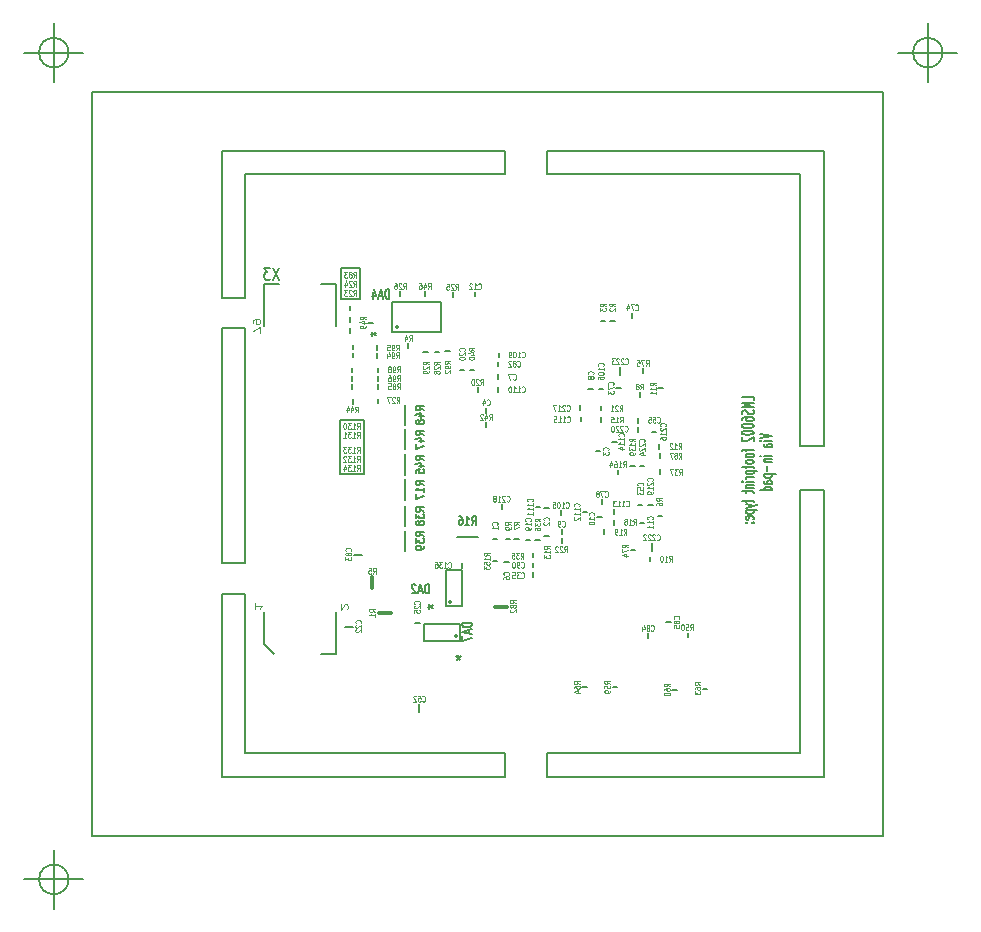
<source format=gbo>
G04 (created by PCBNEW-RS274X (2012-08-04 BZR 3667)-testing) date 10/19/2012 7:17:05 PM*
%MOIN*%
G04 Gerber Fmt 3.4, Leading zero omitted, Abs format*
%FSLAX34Y34*%
G01*
G70*
G90*
G04 APERTURE LIST*
%ADD10C,0.0017*%
%ADD11C,0.0059*%
%ADD12C,0.0049*%
%ADD13C,0.0077*%
%ADD14C,0.0117*%
%ADD15C,0.0078*%
%ADD16C,0.005*%
%ADD17C,0.0079*%
%ADD18C,0.0039*%
G04 APERTURE END LIST*
G54D10*
G54D11*
X64663Y-37964D02*
X64663Y-37851D01*
X64269Y-37851D01*
X64663Y-38042D02*
X64269Y-38042D01*
X64551Y-38121D01*
X64269Y-38200D01*
X64663Y-38200D01*
X64645Y-38301D02*
X64663Y-38335D01*
X64663Y-38391D01*
X64645Y-38413D01*
X64626Y-38425D01*
X64588Y-38436D01*
X64551Y-38436D01*
X64513Y-38425D01*
X64495Y-38413D01*
X64476Y-38391D01*
X64457Y-38346D01*
X64438Y-38323D01*
X64420Y-38312D01*
X64382Y-38301D01*
X64345Y-38301D01*
X64307Y-38312D01*
X64288Y-38323D01*
X64269Y-38346D01*
X64269Y-38402D01*
X64288Y-38436D01*
X64269Y-38638D02*
X64269Y-38593D01*
X64288Y-38571D01*
X64307Y-38560D01*
X64363Y-38537D01*
X64438Y-38526D01*
X64588Y-38526D01*
X64626Y-38537D01*
X64645Y-38548D01*
X64663Y-38571D01*
X64663Y-38616D01*
X64645Y-38638D01*
X64626Y-38650D01*
X64588Y-38661D01*
X64495Y-38661D01*
X64457Y-38650D01*
X64438Y-38638D01*
X64420Y-38616D01*
X64420Y-38571D01*
X64438Y-38548D01*
X64457Y-38537D01*
X64495Y-38526D01*
X64269Y-38807D02*
X64269Y-38830D01*
X64288Y-38852D01*
X64307Y-38863D01*
X64345Y-38875D01*
X64420Y-38886D01*
X64513Y-38886D01*
X64588Y-38875D01*
X64626Y-38863D01*
X64645Y-38852D01*
X64663Y-38830D01*
X64663Y-38807D01*
X64645Y-38785D01*
X64626Y-38773D01*
X64588Y-38762D01*
X64513Y-38751D01*
X64420Y-38751D01*
X64345Y-38762D01*
X64307Y-38773D01*
X64288Y-38785D01*
X64269Y-38807D01*
X64269Y-39032D02*
X64269Y-39055D01*
X64288Y-39077D01*
X64307Y-39088D01*
X64345Y-39100D01*
X64420Y-39111D01*
X64513Y-39111D01*
X64588Y-39100D01*
X64626Y-39088D01*
X64645Y-39077D01*
X64663Y-39055D01*
X64663Y-39032D01*
X64645Y-39010D01*
X64626Y-38998D01*
X64588Y-38987D01*
X64513Y-38976D01*
X64420Y-38976D01*
X64345Y-38987D01*
X64307Y-38998D01*
X64288Y-39010D01*
X64269Y-39032D01*
X64307Y-39201D02*
X64288Y-39212D01*
X64269Y-39235D01*
X64269Y-39291D01*
X64288Y-39313D01*
X64307Y-39325D01*
X64345Y-39336D01*
X64382Y-39336D01*
X64438Y-39325D01*
X64663Y-39190D01*
X64663Y-39336D01*
X64401Y-39583D02*
X64401Y-39673D01*
X64663Y-39617D02*
X64326Y-39617D01*
X64288Y-39628D01*
X64269Y-39651D01*
X64269Y-39673D01*
X64663Y-39786D02*
X64645Y-39763D01*
X64626Y-39752D01*
X64588Y-39741D01*
X64476Y-39741D01*
X64438Y-39752D01*
X64420Y-39763D01*
X64401Y-39786D01*
X64401Y-39820D01*
X64420Y-39842D01*
X64438Y-39853D01*
X64476Y-39865D01*
X64588Y-39865D01*
X64626Y-39853D01*
X64645Y-39842D01*
X64663Y-39820D01*
X64663Y-39786D01*
X64663Y-40000D02*
X64645Y-39977D01*
X64626Y-39966D01*
X64588Y-39955D01*
X64476Y-39955D01*
X64438Y-39966D01*
X64420Y-39977D01*
X64401Y-40000D01*
X64401Y-40034D01*
X64420Y-40056D01*
X64438Y-40067D01*
X64476Y-40079D01*
X64588Y-40079D01*
X64626Y-40067D01*
X64645Y-40056D01*
X64663Y-40034D01*
X64663Y-40000D01*
X64401Y-40146D02*
X64401Y-40236D01*
X64269Y-40180D02*
X64607Y-40180D01*
X64645Y-40191D01*
X64663Y-40214D01*
X64663Y-40236D01*
X64401Y-40315D02*
X64795Y-40315D01*
X64420Y-40315D02*
X64401Y-40338D01*
X64401Y-40383D01*
X64420Y-40405D01*
X64438Y-40416D01*
X64476Y-40428D01*
X64588Y-40428D01*
X64626Y-40416D01*
X64645Y-40405D01*
X64663Y-40383D01*
X64663Y-40338D01*
X64645Y-40315D01*
X64663Y-40529D02*
X64401Y-40529D01*
X64476Y-40529D02*
X64438Y-40540D01*
X64420Y-40552D01*
X64401Y-40574D01*
X64401Y-40597D01*
X64663Y-40675D02*
X64401Y-40675D01*
X64269Y-40675D02*
X64288Y-40664D01*
X64307Y-40675D01*
X64288Y-40686D01*
X64269Y-40675D01*
X64307Y-40675D01*
X64401Y-40787D02*
X64663Y-40787D01*
X64438Y-40787D02*
X64420Y-40798D01*
X64401Y-40821D01*
X64401Y-40855D01*
X64420Y-40877D01*
X64457Y-40888D01*
X64663Y-40888D01*
X64401Y-40967D02*
X64401Y-41057D01*
X64269Y-41001D02*
X64607Y-41001D01*
X64645Y-41012D01*
X64663Y-41035D01*
X64663Y-41057D01*
X64401Y-41282D02*
X64401Y-41372D01*
X64269Y-41316D02*
X64607Y-41316D01*
X64645Y-41327D01*
X64663Y-41350D01*
X64663Y-41372D01*
X64401Y-41429D02*
X64663Y-41485D01*
X64401Y-41541D02*
X64663Y-41485D01*
X64757Y-41462D01*
X64776Y-41451D01*
X64795Y-41429D01*
X64401Y-41631D02*
X64795Y-41631D01*
X64420Y-41631D02*
X64401Y-41654D01*
X64401Y-41699D01*
X64420Y-41721D01*
X64438Y-41732D01*
X64476Y-41744D01*
X64588Y-41744D01*
X64626Y-41732D01*
X64645Y-41721D01*
X64663Y-41699D01*
X64663Y-41654D01*
X64645Y-41631D01*
X64645Y-41935D02*
X64663Y-41913D01*
X64663Y-41868D01*
X64645Y-41845D01*
X64607Y-41834D01*
X64457Y-41834D01*
X64420Y-41845D01*
X64401Y-41868D01*
X64401Y-41913D01*
X64420Y-41935D01*
X64457Y-41946D01*
X64495Y-41946D01*
X64532Y-41834D01*
X64626Y-42047D02*
X64645Y-42058D01*
X64663Y-42047D01*
X64645Y-42036D01*
X64626Y-42047D01*
X64663Y-42047D01*
X64420Y-42047D02*
X64438Y-42058D01*
X64457Y-42047D01*
X64438Y-42036D01*
X64420Y-42047D01*
X64457Y-42047D01*
X64879Y-39077D02*
X65273Y-39156D01*
X64879Y-39235D01*
X65273Y-39313D02*
X65011Y-39313D01*
X64879Y-39313D02*
X64898Y-39302D01*
X64917Y-39313D01*
X64898Y-39324D01*
X64879Y-39313D01*
X64917Y-39313D01*
X65273Y-39526D02*
X65067Y-39526D01*
X65030Y-39515D01*
X65011Y-39493D01*
X65011Y-39448D01*
X65030Y-39425D01*
X65255Y-39526D02*
X65273Y-39504D01*
X65273Y-39448D01*
X65255Y-39425D01*
X65217Y-39414D01*
X65180Y-39414D01*
X65142Y-39425D01*
X65123Y-39448D01*
X65123Y-39504D01*
X65105Y-39526D01*
X65273Y-39819D02*
X65011Y-39819D01*
X64879Y-39819D02*
X64898Y-39808D01*
X64917Y-39819D01*
X64898Y-39830D01*
X64879Y-39819D01*
X64917Y-39819D01*
X65011Y-39931D02*
X65273Y-39931D01*
X65048Y-39931D02*
X65030Y-39942D01*
X65011Y-39965D01*
X65011Y-39999D01*
X65030Y-40021D01*
X65067Y-40032D01*
X65273Y-40032D01*
X65123Y-40145D02*
X65123Y-40325D01*
X65011Y-40437D02*
X65405Y-40437D01*
X65030Y-40437D02*
X65011Y-40460D01*
X65011Y-40505D01*
X65030Y-40527D01*
X65048Y-40538D01*
X65086Y-40550D01*
X65198Y-40550D01*
X65236Y-40538D01*
X65255Y-40527D01*
X65273Y-40505D01*
X65273Y-40460D01*
X65255Y-40437D01*
X65273Y-40752D02*
X65067Y-40752D01*
X65030Y-40741D01*
X65011Y-40719D01*
X65011Y-40674D01*
X65030Y-40651D01*
X65255Y-40752D02*
X65273Y-40730D01*
X65273Y-40674D01*
X65255Y-40651D01*
X65217Y-40640D01*
X65180Y-40640D01*
X65142Y-40651D01*
X65123Y-40674D01*
X65123Y-40730D01*
X65105Y-40752D01*
X65273Y-40966D02*
X64879Y-40966D01*
X65255Y-40966D02*
X65273Y-40944D01*
X65273Y-40899D01*
X65255Y-40876D01*
X65236Y-40865D01*
X65198Y-40854D01*
X65086Y-40854D01*
X65048Y-40865D01*
X65030Y-40876D01*
X65011Y-40899D01*
X65011Y-40944D01*
X65030Y-40966D01*
X41831Y-53937D02*
G75*
G03X41831Y-53937I-492J0D01*
G74*
G01*
X40355Y-53937D02*
X42323Y-53937D01*
X41339Y-52953D02*
X41339Y-54921D01*
X70964Y-26378D02*
G75*
G03X70964Y-26378I-492J0D01*
G74*
G01*
X69488Y-26378D02*
X71456Y-26378D01*
X70472Y-25394D02*
X70472Y-27362D01*
X41831Y-26378D02*
G75*
G03X41831Y-26378I-492J0D01*
G74*
G01*
X40355Y-26378D02*
X42323Y-26378D01*
X41339Y-25394D02*
X41339Y-27362D01*
G54D12*
X48214Y-35737D02*
X48214Y-35528D01*
X47979Y-35662D01*
X47979Y-35393D02*
X47979Y-35333D01*
X47991Y-35304D01*
X48002Y-35289D01*
X48035Y-35259D01*
X48080Y-35244D01*
X48170Y-35244D01*
X48192Y-35259D01*
X48203Y-35274D01*
X48214Y-35304D01*
X48214Y-35363D01*
X48203Y-35393D01*
X48192Y-35408D01*
X48170Y-35423D01*
X48114Y-35423D01*
X48091Y-35408D01*
X48080Y-35393D01*
X48069Y-35363D01*
X48069Y-35304D01*
X48080Y-35274D01*
X48091Y-35259D01*
X48114Y-35244D01*
X51114Y-44936D02*
X51125Y-44921D01*
X51136Y-44891D01*
X51136Y-44817D01*
X51125Y-44787D01*
X51114Y-44772D01*
X51092Y-44757D01*
X51069Y-44757D01*
X51036Y-44772D01*
X50901Y-44951D01*
X50901Y-44757D01*
G54D13*
X42606Y-52483D02*
X42606Y-27680D01*
X68983Y-52483D02*
X42606Y-52483D01*
X68983Y-27680D02*
X68983Y-52483D01*
X42606Y-27680D02*
X68983Y-27680D01*
X66228Y-30437D02*
X66228Y-39492D01*
X57764Y-30437D02*
X66228Y-30437D01*
X57764Y-29650D02*
X57764Y-30437D01*
X67016Y-29650D02*
X57764Y-29650D01*
X67016Y-39492D02*
X67016Y-29650D01*
X66228Y-39492D02*
X67016Y-39492D01*
X57764Y-50515D02*
X57764Y-49728D01*
X67016Y-50515D02*
X57764Y-50515D01*
X67016Y-40948D02*
X67016Y-50515D01*
X66228Y-40948D02*
X67016Y-40948D01*
X66228Y-49728D02*
X66228Y-40948D01*
X57764Y-49728D02*
X66228Y-49728D01*
X46936Y-50515D02*
X46936Y-44413D01*
X56386Y-50515D02*
X46936Y-50515D01*
X56386Y-49728D02*
X56386Y-50515D01*
X47724Y-49728D02*
X56386Y-49728D01*
X47724Y-44413D02*
X47724Y-49728D01*
X46936Y-44413D02*
X47724Y-44413D01*
X46936Y-43390D02*
X46936Y-35555D01*
X47724Y-43390D02*
X46936Y-43390D01*
X47724Y-35555D02*
X47724Y-43390D01*
X46936Y-35555D02*
X47724Y-35555D01*
X47724Y-30437D02*
X47724Y-34570D01*
X46936Y-34570D02*
X47724Y-34570D01*
X46936Y-29648D02*
X46936Y-34570D01*
X46936Y-29648D02*
X56384Y-29648D01*
X56384Y-29648D02*
X56384Y-30437D01*
X47724Y-30437D02*
X56384Y-30437D01*
G54D12*
X48039Y-44737D02*
X48039Y-44916D01*
X48039Y-44826D02*
X48274Y-44826D01*
X48241Y-44856D01*
X48218Y-44886D01*
X48207Y-44916D01*
G54D11*
X50913Y-34591D02*
X50913Y-33567D01*
X51543Y-34591D02*
X50913Y-34591D01*
X51543Y-33567D02*
X51543Y-34591D01*
X50913Y-33567D02*
X51543Y-33567D01*
X50874Y-40437D02*
X50874Y-38626D01*
X51681Y-40437D02*
X50874Y-40437D01*
X51681Y-38626D02*
X51681Y-40437D01*
X50874Y-38625D02*
X51681Y-38625D01*
G54D14*
X52194Y-45063D02*
X52586Y-45063D01*
X56052Y-44866D02*
X56444Y-44866D01*
G54D13*
X53721Y-34332D02*
X53721Y-34488D01*
X51327Y-36111D02*
X51327Y-36267D01*
X62480Y-45865D02*
X62480Y-45709D01*
X53146Y-36068D02*
X53146Y-36224D01*
X51808Y-35374D02*
X51964Y-35374D01*
X51217Y-35560D02*
X51217Y-35716D01*
X51303Y-37930D02*
X51303Y-38086D01*
X53662Y-36351D02*
X53818Y-36351D01*
X51327Y-36383D02*
X51327Y-36539D01*
X51291Y-37154D02*
X51291Y-37310D01*
X52154Y-37318D02*
X52154Y-37162D01*
X52126Y-36275D02*
X52126Y-36119D01*
X54188Y-36358D02*
X54032Y-36358D01*
X52130Y-38070D02*
X52130Y-37914D01*
X52894Y-34332D02*
X52894Y-34488D01*
X54379Y-36331D02*
X54535Y-36331D01*
X51295Y-37430D02*
X51295Y-37586D01*
X54638Y-34511D02*
X54638Y-34355D01*
X59568Y-35315D02*
X59724Y-35315D01*
X59883Y-35315D02*
X60039Y-35315D01*
X59117Y-47528D02*
X58961Y-47528D01*
X60125Y-47536D02*
X59969Y-47536D01*
X62114Y-47622D02*
X61958Y-47622D01*
X63129Y-47591D02*
X62973Y-47591D01*
X56562Y-42607D02*
X56406Y-42607D01*
X58272Y-42720D02*
X58272Y-42564D01*
X55473Y-37536D02*
X55473Y-37692D01*
X55206Y-36949D02*
X55362Y-36949D01*
X59567Y-38306D02*
X59567Y-38150D01*
X59673Y-42425D02*
X59673Y-42269D01*
X60016Y-42122D02*
X60016Y-41966D01*
X61528Y-39422D02*
X61528Y-39578D01*
X59567Y-38688D02*
X59567Y-38532D01*
X60560Y-40169D02*
X60716Y-40169D01*
X60154Y-40433D02*
X60154Y-40277D01*
X61543Y-40429D02*
X61543Y-40273D01*
X61473Y-41827D02*
X61629Y-41827D01*
X56686Y-42606D02*
X56842Y-42606D01*
X60882Y-37846D02*
X60882Y-37690D01*
X52150Y-37031D02*
X52150Y-36875D01*
X60568Y-42945D02*
X60724Y-42945D01*
X61213Y-43178D02*
X61213Y-43334D01*
X60980Y-37059D02*
X60980Y-36903D01*
X61649Y-37571D02*
X61493Y-37571D01*
X57846Y-42500D02*
X57690Y-42500D01*
X61536Y-39721D02*
X61536Y-39877D01*
X55756Y-38698D02*
X55756Y-38854D01*
X55973Y-43331D02*
X56129Y-43331D01*
X51225Y-34812D02*
X51225Y-34968D01*
X51225Y-35358D02*
X51225Y-35202D01*
X52154Y-37434D02*
X52154Y-37590D01*
X51291Y-36879D02*
X51291Y-37035D01*
X52126Y-36547D02*
X52126Y-36391D01*
X57299Y-43044D02*
X57299Y-43200D01*
X57387Y-42634D02*
X57543Y-42634D01*
X51610Y-43110D02*
X51336Y-43110D01*
X60225Y-36847D02*
X60225Y-37121D01*
X53524Y-48365D02*
X53524Y-48091D01*
X61288Y-42984D02*
X61288Y-42710D01*
X51032Y-45520D02*
X51306Y-45520D01*
X61306Y-41449D02*
X61150Y-41449D01*
X61027Y-40169D02*
X60871Y-40169D01*
X60956Y-41449D02*
X60800Y-41449D01*
X60811Y-38712D02*
X60811Y-38556D01*
X56264Y-41426D02*
X56264Y-41582D01*
X60811Y-39023D02*
X60811Y-38867D01*
X55969Y-42603D02*
X56125Y-42603D01*
X54953Y-43399D02*
X54953Y-43555D01*
X57323Y-43705D02*
X57323Y-43861D01*
X56158Y-37688D02*
X56158Y-37532D01*
X57323Y-43375D02*
X57323Y-43531D01*
X57072Y-42622D02*
X57228Y-42622D01*
X55386Y-34503D02*
X55386Y-34347D01*
X60622Y-35208D02*
X60622Y-35052D01*
X61905Y-45366D02*
X61749Y-45366D01*
X61142Y-45733D02*
X61142Y-45889D01*
X59617Y-41870D02*
X59461Y-41870D01*
X55027Y-36949D02*
X54871Y-36949D01*
X57846Y-41544D02*
X57690Y-41544D01*
X57562Y-41540D02*
X57406Y-41540D01*
X59554Y-39666D02*
X59398Y-39666D01*
X55752Y-38221D02*
X55752Y-38377D01*
X56359Y-43343D02*
X56515Y-43343D01*
X58890Y-38139D02*
X58890Y-38295D01*
X58898Y-38517D02*
X58898Y-38673D01*
X61421Y-39032D02*
X61265Y-39032D01*
X59961Y-39346D02*
X60117Y-39346D01*
X59121Y-41677D02*
X58965Y-41677D01*
X60240Y-37555D02*
X60084Y-37555D01*
X60028Y-41607D02*
X60028Y-41763D01*
X60863Y-42067D02*
X61019Y-42067D01*
X56158Y-37247D02*
X56158Y-37091D01*
X56154Y-36834D02*
X56154Y-36678D01*
X56165Y-36531D02*
X56165Y-36375D01*
X59314Y-37603D02*
X59158Y-37603D01*
X59657Y-37603D02*
X59501Y-37603D01*
X58264Y-42417D02*
X58264Y-42261D01*
X58256Y-41795D02*
X58256Y-41639D01*
X53391Y-45402D02*
X53547Y-45402D01*
X59622Y-41421D02*
X59622Y-41265D01*
G54D14*
X51957Y-43848D02*
X51957Y-44240D01*
X52787Y-35516D02*
X52787Y-35508D01*
G54D15*
X54259Y-34701D02*
X54259Y-35685D01*
X54259Y-35685D02*
X52607Y-35685D01*
X52607Y-34701D02*
X54259Y-34701D01*
X52607Y-35685D02*
X52607Y-34701D01*
G54D14*
X54550Y-44697D02*
X54550Y-44693D01*
G54D16*
X54959Y-43628D02*
X54409Y-43628D01*
X54409Y-43628D02*
X54409Y-44828D01*
X54409Y-44828D02*
X54959Y-44828D01*
X54959Y-44828D02*
X54959Y-43628D01*
G54D14*
X54740Y-45834D02*
X54736Y-45834D01*
G54D16*
X53671Y-45425D02*
X53671Y-45975D01*
X53671Y-45975D02*
X54871Y-45975D01*
X54871Y-45975D02*
X54871Y-45425D01*
X54871Y-45425D02*
X53671Y-45425D01*
G54D13*
X48847Y-34099D02*
X48354Y-34099D01*
X48354Y-35496D02*
X48354Y-34099D01*
X50754Y-35496D02*
X50754Y-34099D01*
X50754Y-46420D02*
X50754Y-45031D01*
X50754Y-34099D02*
X50262Y-34099D01*
X48354Y-46085D02*
X48354Y-45032D01*
X48689Y-46428D02*
X48354Y-46083D01*
X50754Y-46420D02*
X50261Y-46420D01*
G54D17*
X53059Y-38791D02*
X53059Y-38123D01*
X53059Y-39606D02*
X53059Y-38938D01*
X53059Y-40441D02*
X53059Y-39773D01*
X53059Y-41275D02*
X53059Y-40607D01*
X53059Y-42161D02*
X53059Y-41493D01*
X53059Y-42980D02*
X53059Y-42312D01*
X55464Y-42516D02*
X54796Y-42516D01*
G54D18*
X52055Y-45026D02*
X51963Y-44974D01*
X52055Y-44936D02*
X51860Y-44936D01*
X51860Y-44996D01*
X51870Y-45011D01*
X51879Y-45019D01*
X51898Y-45026D01*
X51925Y-45026D01*
X51944Y-45019D01*
X51953Y-45011D01*
X51963Y-44996D01*
X51963Y-44936D01*
X52055Y-45176D02*
X52055Y-45086D01*
X52055Y-45131D02*
X51860Y-45131D01*
X51888Y-45116D01*
X51907Y-45101D01*
X51916Y-45086D01*
X56743Y-44729D02*
X56651Y-44677D01*
X56743Y-44639D02*
X56548Y-44639D01*
X56548Y-44699D01*
X56558Y-44714D01*
X56567Y-44722D01*
X56586Y-44729D01*
X56613Y-44729D01*
X56632Y-44722D01*
X56641Y-44714D01*
X56651Y-44699D01*
X56651Y-44639D01*
X56632Y-44819D02*
X56623Y-44804D01*
X56613Y-44796D01*
X56595Y-44789D01*
X56586Y-44789D01*
X56567Y-44796D01*
X56558Y-44804D01*
X56548Y-44819D01*
X56548Y-44849D01*
X56558Y-44864D01*
X56567Y-44871D01*
X56586Y-44879D01*
X56595Y-44879D01*
X56613Y-44871D01*
X56623Y-44864D01*
X56632Y-44849D01*
X56632Y-44819D01*
X56641Y-44804D01*
X56651Y-44796D01*
X56669Y-44789D01*
X56706Y-44789D01*
X56725Y-44796D01*
X56734Y-44804D01*
X56743Y-44819D01*
X56743Y-44849D01*
X56734Y-44864D01*
X56725Y-44871D01*
X56706Y-44879D01*
X56669Y-44879D01*
X56651Y-44871D01*
X56641Y-44864D01*
X56632Y-44849D01*
X56567Y-44939D02*
X56558Y-44946D01*
X56548Y-44961D01*
X56548Y-44999D01*
X56558Y-45014D01*
X56567Y-45021D01*
X56586Y-45029D01*
X56604Y-45029D01*
X56632Y-45021D01*
X56743Y-44931D01*
X56743Y-45029D01*
X53810Y-34255D02*
X53862Y-34163D01*
X53900Y-34255D02*
X53900Y-34060D01*
X53840Y-34060D01*
X53825Y-34070D01*
X53817Y-34079D01*
X53810Y-34098D01*
X53810Y-34125D01*
X53817Y-34144D01*
X53825Y-34153D01*
X53840Y-34163D01*
X53900Y-34163D01*
X53675Y-34125D02*
X53675Y-34255D01*
X53713Y-34051D02*
X53750Y-34190D01*
X53653Y-34190D01*
X53525Y-34060D02*
X53555Y-34060D01*
X53570Y-34070D01*
X53578Y-34079D01*
X53593Y-34107D01*
X53600Y-34144D01*
X53600Y-34218D01*
X53593Y-34237D01*
X53585Y-34246D01*
X53570Y-34255D01*
X53540Y-34255D01*
X53525Y-34246D01*
X53518Y-34237D01*
X53510Y-34218D01*
X53510Y-34172D01*
X53518Y-34153D01*
X53525Y-34144D01*
X53540Y-34135D01*
X53570Y-34135D01*
X53585Y-34144D01*
X53593Y-34153D01*
X53600Y-34172D01*
X51444Y-38921D02*
X51496Y-38829D01*
X51534Y-38921D02*
X51534Y-38726D01*
X51474Y-38726D01*
X51459Y-38736D01*
X51451Y-38745D01*
X51444Y-38764D01*
X51444Y-38791D01*
X51451Y-38810D01*
X51459Y-38819D01*
X51474Y-38829D01*
X51534Y-38829D01*
X51294Y-38921D02*
X51384Y-38921D01*
X51339Y-38921D02*
X51339Y-38726D01*
X51354Y-38754D01*
X51369Y-38773D01*
X51384Y-38782D01*
X51242Y-38726D02*
X51144Y-38726D01*
X51197Y-38801D01*
X51174Y-38801D01*
X51159Y-38810D01*
X51152Y-38819D01*
X51144Y-38838D01*
X51144Y-38884D01*
X51152Y-38903D01*
X51159Y-38912D01*
X51174Y-38921D01*
X51219Y-38921D01*
X51234Y-38912D01*
X51242Y-38903D01*
X51047Y-38726D02*
X51032Y-38726D01*
X51017Y-38736D01*
X51009Y-38745D01*
X51002Y-38764D01*
X50994Y-38801D01*
X50994Y-38847D01*
X51002Y-38884D01*
X51009Y-38903D01*
X51017Y-38912D01*
X51032Y-38921D01*
X51047Y-38921D01*
X51062Y-38912D01*
X51069Y-38903D01*
X51077Y-38884D01*
X51084Y-38847D01*
X51084Y-38801D01*
X51077Y-38764D01*
X51069Y-38745D01*
X51062Y-38736D01*
X51047Y-38726D01*
X62554Y-45628D02*
X62606Y-45536D01*
X62644Y-45628D02*
X62644Y-45433D01*
X62584Y-45433D01*
X62569Y-45443D01*
X62561Y-45452D01*
X62554Y-45471D01*
X62554Y-45498D01*
X62561Y-45517D01*
X62569Y-45526D01*
X62584Y-45536D01*
X62644Y-45536D01*
X62412Y-45433D02*
X62487Y-45433D01*
X62494Y-45526D01*
X62487Y-45517D01*
X62472Y-45508D01*
X62434Y-45508D01*
X62419Y-45517D01*
X62412Y-45526D01*
X62404Y-45545D01*
X62404Y-45591D01*
X62412Y-45610D01*
X62419Y-45619D01*
X62434Y-45628D01*
X62472Y-45628D01*
X62487Y-45619D01*
X62494Y-45610D01*
X62307Y-45433D02*
X62292Y-45433D01*
X62277Y-45443D01*
X62269Y-45452D01*
X62262Y-45471D01*
X62254Y-45508D01*
X62254Y-45554D01*
X62262Y-45591D01*
X62269Y-45610D01*
X62277Y-45619D01*
X62292Y-45628D01*
X62307Y-45628D01*
X62322Y-45619D01*
X62329Y-45610D01*
X62337Y-45591D01*
X62344Y-45554D01*
X62344Y-45508D01*
X62337Y-45471D01*
X62329Y-45452D01*
X62322Y-45443D01*
X62307Y-45433D01*
X53188Y-35984D02*
X53240Y-35892D01*
X53278Y-35984D02*
X53278Y-35789D01*
X53218Y-35789D01*
X53203Y-35799D01*
X53195Y-35808D01*
X53188Y-35827D01*
X53188Y-35854D01*
X53195Y-35873D01*
X53203Y-35882D01*
X53218Y-35892D01*
X53278Y-35892D01*
X53053Y-35854D02*
X53053Y-35984D01*
X53091Y-35780D02*
X53128Y-35919D01*
X53031Y-35919D01*
X51732Y-35269D02*
X51640Y-35217D01*
X51732Y-35179D02*
X51537Y-35179D01*
X51537Y-35239D01*
X51547Y-35254D01*
X51556Y-35262D01*
X51575Y-35269D01*
X51602Y-35269D01*
X51621Y-35262D01*
X51630Y-35254D01*
X51640Y-35239D01*
X51640Y-35179D01*
X51602Y-35404D02*
X51732Y-35404D01*
X51528Y-35366D02*
X51667Y-35329D01*
X51667Y-35426D01*
X51732Y-35494D02*
X51732Y-35524D01*
X51723Y-35539D01*
X51714Y-35546D01*
X51686Y-35561D01*
X51649Y-35569D01*
X51575Y-35569D01*
X51556Y-35561D01*
X51547Y-35554D01*
X51537Y-35539D01*
X51537Y-35509D01*
X51547Y-35494D01*
X51556Y-35486D01*
X51575Y-35479D01*
X51621Y-35479D01*
X51640Y-35486D01*
X51649Y-35494D01*
X51658Y-35509D01*
X51658Y-35539D01*
X51649Y-35554D01*
X51640Y-35561D01*
X51621Y-35569D01*
X51329Y-34492D02*
X51381Y-34400D01*
X51419Y-34492D02*
X51419Y-34297D01*
X51359Y-34297D01*
X51344Y-34307D01*
X51336Y-34316D01*
X51329Y-34335D01*
X51329Y-34362D01*
X51336Y-34381D01*
X51344Y-34390D01*
X51359Y-34400D01*
X51419Y-34400D01*
X51269Y-34316D02*
X51262Y-34307D01*
X51247Y-34297D01*
X51209Y-34297D01*
X51194Y-34307D01*
X51187Y-34316D01*
X51179Y-34335D01*
X51179Y-34353D01*
X51187Y-34381D01*
X51277Y-34492D01*
X51179Y-34492D01*
X51127Y-34297D02*
X51029Y-34297D01*
X51082Y-34372D01*
X51059Y-34372D01*
X51044Y-34381D01*
X51037Y-34390D01*
X51029Y-34409D01*
X51029Y-34455D01*
X51037Y-34474D01*
X51044Y-34483D01*
X51059Y-34492D01*
X51104Y-34492D01*
X51119Y-34483D01*
X51127Y-34474D01*
X51389Y-38370D02*
X51441Y-38278D01*
X51479Y-38370D02*
X51479Y-38175D01*
X51419Y-38175D01*
X51404Y-38185D01*
X51396Y-38194D01*
X51389Y-38213D01*
X51389Y-38240D01*
X51396Y-38259D01*
X51404Y-38268D01*
X51419Y-38278D01*
X51479Y-38278D01*
X51254Y-38240D02*
X51254Y-38370D01*
X51292Y-38166D02*
X51329Y-38305D01*
X51232Y-38305D01*
X51104Y-38240D02*
X51104Y-38370D01*
X51142Y-38166D02*
X51179Y-38305D01*
X51082Y-38305D01*
X53838Y-36773D02*
X53746Y-36721D01*
X53838Y-36683D02*
X53643Y-36683D01*
X53643Y-36743D01*
X53653Y-36758D01*
X53662Y-36766D01*
X53681Y-36773D01*
X53708Y-36773D01*
X53727Y-36766D01*
X53736Y-36758D01*
X53746Y-36743D01*
X53746Y-36683D01*
X53662Y-36833D02*
X53653Y-36840D01*
X53643Y-36855D01*
X53643Y-36893D01*
X53653Y-36908D01*
X53662Y-36915D01*
X53681Y-36923D01*
X53699Y-36923D01*
X53727Y-36915D01*
X53838Y-36825D01*
X53838Y-36923D01*
X53838Y-36998D02*
X53838Y-37028D01*
X53829Y-37043D01*
X53820Y-37050D01*
X53792Y-37065D01*
X53755Y-37073D01*
X53681Y-37073D01*
X53662Y-37065D01*
X53653Y-37058D01*
X53643Y-37043D01*
X53643Y-37013D01*
X53653Y-36998D01*
X53662Y-36990D01*
X53681Y-36983D01*
X53727Y-36983D01*
X53746Y-36990D01*
X53755Y-36998D01*
X53764Y-37013D01*
X53764Y-37043D01*
X53755Y-37058D01*
X53746Y-37065D01*
X53727Y-37073D01*
X51444Y-39216D02*
X51496Y-39124D01*
X51534Y-39216D02*
X51534Y-39021D01*
X51474Y-39021D01*
X51459Y-39031D01*
X51451Y-39040D01*
X51444Y-39059D01*
X51444Y-39086D01*
X51451Y-39105D01*
X51459Y-39114D01*
X51474Y-39124D01*
X51534Y-39124D01*
X51294Y-39216D02*
X51384Y-39216D01*
X51339Y-39216D02*
X51339Y-39021D01*
X51354Y-39049D01*
X51369Y-39068D01*
X51384Y-39077D01*
X51242Y-39021D02*
X51144Y-39021D01*
X51197Y-39096D01*
X51174Y-39096D01*
X51159Y-39105D01*
X51152Y-39114D01*
X51144Y-39133D01*
X51144Y-39179D01*
X51152Y-39198D01*
X51159Y-39207D01*
X51174Y-39216D01*
X51219Y-39216D01*
X51234Y-39207D01*
X51242Y-39198D01*
X50994Y-39216D02*
X51084Y-39216D01*
X51039Y-39216D02*
X51039Y-39021D01*
X51054Y-39049D01*
X51069Y-39068D01*
X51084Y-39077D01*
X51444Y-40023D02*
X51496Y-39931D01*
X51534Y-40023D02*
X51534Y-39828D01*
X51474Y-39828D01*
X51459Y-39838D01*
X51451Y-39847D01*
X51444Y-39866D01*
X51444Y-39893D01*
X51451Y-39912D01*
X51459Y-39921D01*
X51474Y-39931D01*
X51534Y-39931D01*
X51294Y-40023D02*
X51384Y-40023D01*
X51339Y-40023D02*
X51339Y-39828D01*
X51354Y-39856D01*
X51369Y-39875D01*
X51384Y-39884D01*
X51242Y-39828D02*
X51144Y-39828D01*
X51197Y-39903D01*
X51174Y-39903D01*
X51159Y-39912D01*
X51152Y-39921D01*
X51144Y-39940D01*
X51144Y-39986D01*
X51152Y-40005D01*
X51159Y-40014D01*
X51174Y-40023D01*
X51219Y-40023D01*
X51234Y-40014D01*
X51242Y-40005D01*
X51084Y-39847D02*
X51077Y-39838D01*
X51062Y-39828D01*
X51024Y-39828D01*
X51009Y-39838D01*
X51002Y-39847D01*
X50994Y-39866D01*
X50994Y-39884D01*
X51002Y-39912D01*
X51092Y-40023D01*
X50994Y-40023D01*
X52786Y-37326D02*
X52838Y-37234D01*
X52876Y-37326D02*
X52876Y-37131D01*
X52816Y-37131D01*
X52801Y-37141D01*
X52793Y-37150D01*
X52786Y-37169D01*
X52786Y-37196D01*
X52793Y-37215D01*
X52801Y-37224D01*
X52816Y-37234D01*
X52876Y-37234D01*
X52711Y-37326D02*
X52681Y-37326D01*
X52666Y-37317D01*
X52659Y-37308D01*
X52644Y-37280D01*
X52636Y-37243D01*
X52636Y-37169D01*
X52644Y-37150D01*
X52651Y-37141D01*
X52666Y-37131D01*
X52696Y-37131D01*
X52711Y-37141D01*
X52719Y-37150D01*
X52726Y-37169D01*
X52726Y-37215D01*
X52719Y-37234D01*
X52711Y-37243D01*
X52696Y-37252D01*
X52666Y-37252D01*
X52651Y-37243D01*
X52644Y-37234D01*
X52636Y-37215D01*
X52501Y-37131D02*
X52531Y-37131D01*
X52546Y-37141D01*
X52554Y-37150D01*
X52569Y-37178D01*
X52576Y-37215D01*
X52576Y-37289D01*
X52569Y-37308D01*
X52561Y-37317D01*
X52546Y-37326D01*
X52516Y-37326D01*
X52501Y-37317D01*
X52494Y-37308D01*
X52486Y-37289D01*
X52486Y-37243D01*
X52494Y-37224D01*
X52501Y-37215D01*
X52516Y-37206D01*
X52546Y-37206D01*
X52561Y-37215D01*
X52569Y-37224D01*
X52576Y-37243D01*
X52747Y-36303D02*
X52799Y-36211D01*
X52837Y-36303D02*
X52837Y-36108D01*
X52777Y-36108D01*
X52762Y-36118D01*
X52754Y-36127D01*
X52747Y-36146D01*
X52747Y-36173D01*
X52754Y-36192D01*
X52762Y-36201D01*
X52777Y-36211D01*
X52837Y-36211D01*
X52672Y-36303D02*
X52642Y-36303D01*
X52627Y-36294D01*
X52620Y-36285D01*
X52605Y-36257D01*
X52597Y-36220D01*
X52597Y-36146D01*
X52605Y-36127D01*
X52612Y-36118D01*
X52627Y-36108D01*
X52657Y-36108D01*
X52672Y-36118D01*
X52680Y-36127D01*
X52687Y-36146D01*
X52687Y-36192D01*
X52680Y-36211D01*
X52672Y-36220D01*
X52657Y-36229D01*
X52627Y-36229D01*
X52612Y-36220D01*
X52605Y-36211D01*
X52597Y-36192D01*
X52455Y-36108D02*
X52530Y-36108D01*
X52537Y-36201D01*
X52530Y-36192D01*
X52515Y-36183D01*
X52477Y-36183D01*
X52462Y-36192D01*
X52455Y-36201D01*
X52447Y-36220D01*
X52447Y-36266D01*
X52455Y-36285D01*
X52462Y-36294D01*
X52477Y-36303D01*
X52515Y-36303D01*
X52530Y-36294D01*
X52537Y-36285D01*
X54204Y-36780D02*
X54112Y-36728D01*
X54204Y-36690D02*
X54009Y-36690D01*
X54009Y-36750D01*
X54019Y-36765D01*
X54028Y-36773D01*
X54047Y-36780D01*
X54074Y-36780D01*
X54093Y-36773D01*
X54102Y-36765D01*
X54112Y-36750D01*
X54112Y-36690D01*
X54028Y-36840D02*
X54019Y-36847D01*
X54009Y-36862D01*
X54009Y-36900D01*
X54019Y-36915D01*
X54028Y-36922D01*
X54047Y-36930D01*
X54065Y-36930D01*
X54093Y-36922D01*
X54204Y-36832D01*
X54204Y-36930D01*
X54093Y-37020D02*
X54084Y-37005D01*
X54074Y-36997D01*
X54056Y-36990D01*
X54047Y-36990D01*
X54028Y-36997D01*
X54019Y-37005D01*
X54009Y-37020D01*
X54009Y-37050D01*
X54019Y-37065D01*
X54028Y-37072D01*
X54047Y-37080D01*
X54056Y-37080D01*
X54074Y-37072D01*
X54084Y-37065D01*
X54093Y-37050D01*
X54093Y-37020D01*
X54102Y-37005D01*
X54112Y-36997D01*
X54130Y-36990D01*
X54167Y-36990D01*
X54186Y-36997D01*
X54195Y-37005D01*
X54204Y-37020D01*
X54204Y-37050D01*
X54195Y-37065D01*
X54186Y-37072D01*
X54167Y-37080D01*
X54130Y-37080D01*
X54112Y-37072D01*
X54102Y-37065D01*
X54093Y-37050D01*
X52766Y-38055D02*
X52818Y-37963D01*
X52856Y-38055D02*
X52856Y-37860D01*
X52796Y-37860D01*
X52781Y-37870D01*
X52773Y-37879D01*
X52766Y-37898D01*
X52766Y-37925D01*
X52773Y-37944D01*
X52781Y-37953D01*
X52796Y-37963D01*
X52856Y-37963D01*
X52706Y-37879D02*
X52699Y-37870D01*
X52684Y-37860D01*
X52646Y-37860D01*
X52631Y-37870D01*
X52624Y-37879D01*
X52616Y-37898D01*
X52616Y-37916D01*
X52624Y-37944D01*
X52714Y-38055D01*
X52616Y-38055D01*
X52564Y-37860D02*
X52459Y-37860D01*
X52526Y-38055D01*
X52983Y-34255D02*
X53035Y-34163D01*
X53073Y-34255D02*
X53073Y-34060D01*
X53013Y-34060D01*
X52998Y-34070D01*
X52990Y-34079D01*
X52983Y-34098D01*
X52983Y-34125D01*
X52990Y-34144D01*
X52998Y-34153D01*
X53013Y-34163D01*
X53073Y-34163D01*
X52923Y-34079D02*
X52916Y-34070D01*
X52901Y-34060D01*
X52863Y-34060D01*
X52848Y-34070D01*
X52841Y-34079D01*
X52833Y-34098D01*
X52833Y-34116D01*
X52841Y-34144D01*
X52931Y-34255D01*
X52833Y-34255D01*
X52698Y-34060D02*
X52728Y-34060D01*
X52743Y-34070D01*
X52751Y-34079D01*
X52766Y-34107D01*
X52773Y-34144D01*
X52773Y-34218D01*
X52766Y-34237D01*
X52758Y-34246D01*
X52743Y-34255D01*
X52713Y-34255D01*
X52698Y-34246D01*
X52691Y-34237D01*
X52683Y-34218D01*
X52683Y-34172D01*
X52691Y-34153D01*
X52698Y-34144D01*
X52713Y-34135D01*
X52743Y-34135D01*
X52758Y-34144D01*
X52766Y-34153D01*
X52773Y-34172D01*
X54558Y-36753D02*
X54466Y-36701D01*
X54558Y-36663D02*
X54363Y-36663D01*
X54363Y-36723D01*
X54373Y-36738D01*
X54382Y-36746D01*
X54401Y-36753D01*
X54428Y-36753D01*
X54447Y-36746D01*
X54456Y-36738D01*
X54466Y-36723D01*
X54466Y-36663D01*
X54558Y-36828D02*
X54558Y-36858D01*
X54549Y-36873D01*
X54540Y-36880D01*
X54512Y-36895D01*
X54475Y-36903D01*
X54401Y-36903D01*
X54382Y-36895D01*
X54373Y-36888D01*
X54363Y-36873D01*
X54363Y-36843D01*
X54373Y-36828D01*
X54382Y-36820D01*
X54401Y-36813D01*
X54447Y-36813D01*
X54466Y-36820D01*
X54475Y-36828D01*
X54484Y-36843D01*
X54484Y-36873D01*
X54475Y-36888D01*
X54466Y-36895D01*
X54447Y-36903D01*
X54382Y-36963D02*
X54373Y-36970D01*
X54363Y-36985D01*
X54363Y-37023D01*
X54373Y-37038D01*
X54382Y-37045D01*
X54401Y-37053D01*
X54419Y-37053D01*
X54447Y-37045D01*
X54558Y-36955D01*
X54558Y-37053D01*
X51444Y-40318D02*
X51496Y-40226D01*
X51534Y-40318D02*
X51534Y-40123D01*
X51474Y-40123D01*
X51459Y-40133D01*
X51451Y-40142D01*
X51444Y-40161D01*
X51444Y-40188D01*
X51451Y-40207D01*
X51459Y-40216D01*
X51474Y-40226D01*
X51534Y-40226D01*
X51294Y-40318D02*
X51384Y-40318D01*
X51339Y-40318D02*
X51339Y-40123D01*
X51354Y-40151D01*
X51369Y-40170D01*
X51384Y-40179D01*
X51242Y-40123D02*
X51144Y-40123D01*
X51197Y-40198D01*
X51174Y-40198D01*
X51159Y-40207D01*
X51152Y-40216D01*
X51144Y-40235D01*
X51144Y-40281D01*
X51152Y-40300D01*
X51159Y-40309D01*
X51174Y-40318D01*
X51219Y-40318D01*
X51234Y-40309D01*
X51242Y-40300D01*
X51009Y-40188D02*
X51009Y-40318D01*
X51047Y-40114D02*
X51084Y-40253D01*
X50987Y-40253D01*
X54724Y-34278D02*
X54776Y-34186D01*
X54814Y-34278D02*
X54814Y-34083D01*
X54754Y-34083D01*
X54739Y-34093D01*
X54731Y-34102D01*
X54724Y-34121D01*
X54724Y-34148D01*
X54731Y-34167D01*
X54739Y-34176D01*
X54754Y-34186D01*
X54814Y-34186D01*
X54664Y-34102D02*
X54657Y-34093D01*
X54642Y-34083D01*
X54604Y-34083D01*
X54589Y-34093D01*
X54582Y-34102D01*
X54574Y-34121D01*
X54574Y-34139D01*
X54582Y-34167D01*
X54672Y-34278D01*
X54574Y-34278D01*
X54432Y-34083D02*
X54507Y-34083D01*
X54514Y-34176D01*
X54507Y-34167D01*
X54492Y-34158D01*
X54454Y-34158D01*
X54439Y-34167D01*
X54432Y-34176D01*
X54424Y-34195D01*
X54424Y-34241D01*
X54432Y-34260D01*
X54439Y-34269D01*
X54454Y-34278D01*
X54492Y-34278D01*
X54507Y-34269D01*
X54514Y-34260D01*
X59739Y-34833D02*
X59647Y-34781D01*
X59739Y-34743D02*
X59544Y-34743D01*
X59544Y-34803D01*
X59554Y-34818D01*
X59563Y-34826D01*
X59582Y-34833D01*
X59609Y-34833D01*
X59628Y-34826D01*
X59637Y-34818D01*
X59647Y-34803D01*
X59647Y-34743D01*
X59544Y-34885D02*
X59544Y-34983D01*
X59619Y-34930D01*
X59619Y-34953D01*
X59628Y-34968D01*
X59637Y-34975D01*
X59656Y-34983D01*
X59702Y-34983D01*
X59721Y-34975D01*
X59730Y-34968D01*
X59739Y-34953D01*
X59739Y-34908D01*
X59730Y-34893D01*
X59721Y-34885D01*
X60054Y-34833D02*
X59962Y-34781D01*
X60054Y-34743D02*
X59859Y-34743D01*
X59859Y-34803D01*
X59869Y-34818D01*
X59878Y-34826D01*
X59897Y-34833D01*
X59924Y-34833D01*
X59943Y-34826D01*
X59952Y-34818D01*
X59962Y-34803D01*
X59962Y-34743D01*
X59878Y-34893D02*
X59869Y-34900D01*
X59859Y-34915D01*
X59859Y-34953D01*
X59869Y-34968D01*
X59878Y-34975D01*
X59897Y-34983D01*
X59915Y-34983D01*
X59943Y-34975D01*
X60054Y-34885D01*
X60054Y-34983D01*
X58877Y-47427D02*
X58785Y-47375D01*
X58877Y-47337D02*
X58682Y-47337D01*
X58682Y-47397D01*
X58692Y-47412D01*
X58701Y-47420D01*
X58720Y-47427D01*
X58747Y-47427D01*
X58766Y-47420D01*
X58775Y-47412D01*
X58785Y-47397D01*
X58785Y-47337D01*
X58682Y-47562D02*
X58682Y-47532D01*
X58692Y-47517D01*
X58701Y-47509D01*
X58729Y-47494D01*
X58766Y-47487D01*
X58840Y-47487D01*
X58859Y-47494D01*
X58868Y-47502D01*
X58877Y-47517D01*
X58877Y-47547D01*
X58868Y-47562D01*
X58859Y-47569D01*
X58840Y-47577D01*
X58794Y-47577D01*
X58775Y-47569D01*
X58766Y-47562D01*
X58757Y-47547D01*
X58757Y-47517D01*
X58766Y-47502D01*
X58775Y-47494D01*
X58794Y-47487D01*
X58747Y-47712D02*
X58877Y-47712D01*
X58673Y-47674D02*
X58812Y-47637D01*
X58812Y-47734D01*
X59885Y-47419D02*
X59793Y-47367D01*
X59885Y-47329D02*
X59690Y-47329D01*
X59690Y-47389D01*
X59700Y-47404D01*
X59709Y-47412D01*
X59728Y-47419D01*
X59755Y-47419D01*
X59774Y-47412D01*
X59783Y-47404D01*
X59793Y-47389D01*
X59793Y-47329D01*
X59690Y-47561D02*
X59690Y-47486D01*
X59783Y-47479D01*
X59774Y-47486D01*
X59765Y-47501D01*
X59765Y-47539D01*
X59774Y-47554D01*
X59783Y-47561D01*
X59802Y-47569D01*
X59848Y-47569D01*
X59867Y-47561D01*
X59876Y-47554D01*
X59885Y-47539D01*
X59885Y-47501D01*
X59876Y-47486D01*
X59867Y-47479D01*
X59885Y-47644D02*
X59885Y-47674D01*
X59876Y-47689D01*
X59867Y-47696D01*
X59839Y-47711D01*
X59802Y-47719D01*
X59728Y-47719D01*
X59709Y-47711D01*
X59700Y-47704D01*
X59690Y-47689D01*
X59690Y-47659D01*
X59700Y-47644D01*
X59709Y-47636D01*
X59728Y-47629D01*
X59774Y-47629D01*
X59793Y-47636D01*
X59802Y-47644D01*
X59811Y-47659D01*
X59811Y-47689D01*
X59802Y-47704D01*
X59793Y-47711D01*
X59774Y-47719D01*
X61878Y-47501D02*
X61786Y-47449D01*
X61878Y-47411D02*
X61683Y-47411D01*
X61683Y-47471D01*
X61693Y-47486D01*
X61702Y-47494D01*
X61721Y-47501D01*
X61748Y-47501D01*
X61767Y-47494D01*
X61776Y-47486D01*
X61786Y-47471D01*
X61786Y-47411D01*
X61683Y-47636D02*
X61683Y-47606D01*
X61693Y-47591D01*
X61702Y-47583D01*
X61730Y-47568D01*
X61767Y-47561D01*
X61841Y-47561D01*
X61860Y-47568D01*
X61869Y-47576D01*
X61878Y-47591D01*
X61878Y-47621D01*
X61869Y-47636D01*
X61860Y-47643D01*
X61841Y-47651D01*
X61795Y-47651D01*
X61776Y-47643D01*
X61767Y-47636D01*
X61758Y-47621D01*
X61758Y-47591D01*
X61767Y-47576D01*
X61776Y-47568D01*
X61795Y-47561D01*
X61683Y-47748D02*
X61683Y-47763D01*
X61693Y-47778D01*
X61702Y-47786D01*
X61721Y-47793D01*
X61758Y-47801D01*
X61804Y-47801D01*
X61841Y-47793D01*
X61860Y-47786D01*
X61869Y-47778D01*
X61878Y-47763D01*
X61878Y-47748D01*
X61869Y-47733D01*
X61860Y-47726D01*
X61841Y-47718D01*
X61804Y-47711D01*
X61758Y-47711D01*
X61721Y-47718D01*
X61702Y-47726D01*
X61693Y-47733D01*
X61683Y-47748D01*
X62893Y-47463D02*
X62801Y-47411D01*
X62893Y-47373D02*
X62698Y-47373D01*
X62698Y-47433D01*
X62708Y-47448D01*
X62717Y-47456D01*
X62736Y-47463D01*
X62763Y-47463D01*
X62782Y-47456D01*
X62791Y-47448D01*
X62801Y-47433D01*
X62801Y-47373D01*
X62698Y-47598D02*
X62698Y-47568D01*
X62708Y-47553D01*
X62717Y-47545D01*
X62745Y-47530D01*
X62782Y-47523D01*
X62856Y-47523D01*
X62875Y-47530D01*
X62884Y-47538D01*
X62893Y-47553D01*
X62893Y-47583D01*
X62884Y-47598D01*
X62875Y-47605D01*
X62856Y-47613D01*
X62810Y-47613D01*
X62791Y-47605D01*
X62782Y-47598D01*
X62773Y-47583D01*
X62773Y-47553D01*
X62782Y-47538D01*
X62791Y-47530D01*
X62810Y-47523D01*
X62698Y-47665D02*
X62698Y-47763D01*
X62773Y-47710D01*
X62773Y-47733D01*
X62782Y-47748D01*
X62791Y-47755D01*
X62810Y-47763D01*
X62856Y-47763D01*
X62875Y-47755D01*
X62884Y-47748D01*
X62893Y-47733D01*
X62893Y-47688D01*
X62884Y-47673D01*
X62875Y-47665D01*
X56578Y-42124D02*
X56486Y-42072D01*
X56578Y-42034D02*
X56383Y-42034D01*
X56383Y-42094D01*
X56393Y-42109D01*
X56402Y-42117D01*
X56421Y-42124D01*
X56448Y-42124D01*
X56467Y-42117D01*
X56476Y-42109D01*
X56486Y-42094D01*
X56486Y-42034D01*
X56578Y-42199D02*
X56578Y-42229D01*
X56569Y-42244D01*
X56560Y-42251D01*
X56532Y-42266D01*
X56495Y-42274D01*
X56421Y-42274D01*
X56402Y-42266D01*
X56393Y-42259D01*
X56383Y-42244D01*
X56383Y-42214D01*
X56393Y-42199D01*
X56402Y-42191D01*
X56421Y-42184D01*
X56467Y-42184D01*
X56486Y-42191D01*
X56495Y-42199D01*
X56504Y-42214D01*
X56504Y-42244D01*
X56495Y-42259D01*
X56486Y-42266D01*
X56467Y-42274D01*
X58349Y-43027D02*
X58401Y-42935D01*
X58439Y-43027D02*
X58439Y-42832D01*
X58379Y-42832D01*
X58364Y-42842D01*
X58356Y-42851D01*
X58349Y-42870D01*
X58349Y-42897D01*
X58356Y-42916D01*
X58364Y-42925D01*
X58379Y-42935D01*
X58439Y-42935D01*
X58289Y-42851D02*
X58282Y-42842D01*
X58267Y-42832D01*
X58229Y-42832D01*
X58214Y-42842D01*
X58207Y-42851D01*
X58199Y-42870D01*
X58199Y-42888D01*
X58207Y-42916D01*
X58297Y-43027D01*
X58199Y-43027D01*
X58139Y-42851D02*
X58132Y-42842D01*
X58117Y-42832D01*
X58079Y-42832D01*
X58064Y-42842D01*
X58057Y-42851D01*
X58049Y-42870D01*
X58049Y-42888D01*
X58057Y-42916D01*
X58147Y-43027D01*
X58049Y-43027D01*
X55562Y-37452D02*
X55614Y-37360D01*
X55652Y-37452D02*
X55652Y-37257D01*
X55592Y-37257D01*
X55577Y-37267D01*
X55569Y-37276D01*
X55562Y-37295D01*
X55562Y-37322D01*
X55569Y-37341D01*
X55577Y-37350D01*
X55592Y-37360D01*
X55652Y-37360D01*
X55502Y-37276D02*
X55495Y-37267D01*
X55480Y-37257D01*
X55442Y-37257D01*
X55427Y-37267D01*
X55420Y-37276D01*
X55412Y-37295D01*
X55412Y-37313D01*
X55420Y-37341D01*
X55510Y-37452D01*
X55412Y-37452D01*
X55315Y-37257D02*
X55300Y-37257D01*
X55285Y-37267D01*
X55277Y-37276D01*
X55270Y-37295D01*
X55262Y-37332D01*
X55262Y-37378D01*
X55270Y-37415D01*
X55277Y-37434D01*
X55285Y-37443D01*
X55300Y-37452D01*
X55315Y-37452D01*
X55330Y-37443D01*
X55337Y-37434D01*
X55345Y-37415D01*
X55352Y-37378D01*
X55352Y-37332D01*
X55345Y-37295D01*
X55337Y-37276D01*
X55330Y-37267D01*
X55315Y-37257D01*
X55362Y-36309D02*
X55270Y-36257D01*
X55362Y-36219D02*
X55167Y-36219D01*
X55167Y-36279D01*
X55177Y-36294D01*
X55186Y-36302D01*
X55205Y-36309D01*
X55232Y-36309D01*
X55251Y-36302D01*
X55260Y-36294D01*
X55270Y-36279D01*
X55270Y-36219D01*
X55232Y-36444D02*
X55362Y-36444D01*
X55158Y-36406D02*
X55297Y-36369D01*
X55297Y-36466D01*
X55167Y-36556D02*
X55167Y-36571D01*
X55177Y-36586D01*
X55186Y-36594D01*
X55205Y-36601D01*
X55242Y-36609D01*
X55288Y-36609D01*
X55325Y-36601D01*
X55344Y-36594D01*
X55353Y-36586D01*
X55362Y-36571D01*
X55362Y-36556D01*
X55353Y-36541D01*
X55344Y-36534D01*
X55325Y-36526D01*
X55288Y-36519D01*
X55242Y-36519D01*
X55205Y-36526D01*
X55186Y-36534D01*
X55177Y-36541D01*
X55167Y-36556D01*
X60203Y-38326D02*
X60255Y-38234D01*
X60293Y-38326D02*
X60293Y-38131D01*
X60233Y-38131D01*
X60218Y-38141D01*
X60210Y-38150D01*
X60203Y-38169D01*
X60203Y-38196D01*
X60210Y-38215D01*
X60218Y-38224D01*
X60233Y-38234D01*
X60293Y-38234D01*
X60143Y-38150D02*
X60136Y-38141D01*
X60121Y-38131D01*
X60083Y-38131D01*
X60068Y-38141D01*
X60061Y-38150D01*
X60053Y-38169D01*
X60053Y-38187D01*
X60061Y-38215D01*
X60151Y-38326D01*
X60053Y-38326D01*
X59903Y-38326D02*
X59993Y-38326D01*
X59948Y-38326D02*
X59948Y-38131D01*
X59963Y-38159D01*
X59978Y-38178D01*
X59993Y-38187D01*
X60337Y-42441D02*
X60389Y-42349D01*
X60427Y-42441D02*
X60427Y-42246D01*
X60367Y-42246D01*
X60352Y-42256D01*
X60344Y-42265D01*
X60337Y-42284D01*
X60337Y-42311D01*
X60344Y-42330D01*
X60352Y-42339D01*
X60367Y-42349D01*
X60427Y-42349D01*
X60187Y-42441D02*
X60277Y-42441D01*
X60232Y-42441D02*
X60232Y-42246D01*
X60247Y-42274D01*
X60262Y-42293D01*
X60277Y-42302D01*
X60112Y-42441D02*
X60082Y-42441D01*
X60067Y-42432D01*
X60060Y-42423D01*
X60045Y-42395D01*
X60037Y-42358D01*
X60037Y-42284D01*
X60045Y-42265D01*
X60052Y-42256D01*
X60067Y-42246D01*
X60097Y-42246D01*
X60112Y-42256D01*
X60120Y-42265D01*
X60127Y-42284D01*
X60127Y-42330D01*
X60120Y-42349D01*
X60112Y-42358D01*
X60097Y-42367D01*
X60067Y-42367D01*
X60052Y-42358D01*
X60045Y-42349D01*
X60037Y-42330D01*
X60657Y-42114D02*
X60709Y-42022D01*
X60747Y-42114D02*
X60747Y-41919D01*
X60687Y-41919D01*
X60672Y-41929D01*
X60664Y-41938D01*
X60657Y-41957D01*
X60657Y-41984D01*
X60664Y-42003D01*
X60672Y-42012D01*
X60687Y-42022D01*
X60747Y-42022D01*
X60507Y-42114D02*
X60597Y-42114D01*
X60552Y-42114D02*
X60552Y-41919D01*
X60567Y-41947D01*
X60582Y-41966D01*
X60597Y-41975D01*
X60417Y-42003D02*
X60432Y-41994D01*
X60440Y-41984D01*
X60447Y-41966D01*
X60447Y-41957D01*
X60440Y-41938D01*
X60432Y-41929D01*
X60417Y-41919D01*
X60387Y-41919D01*
X60372Y-41929D01*
X60365Y-41938D01*
X60357Y-41957D01*
X60357Y-41966D01*
X60365Y-41984D01*
X60372Y-41994D01*
X60387Y-42003D01*
X60417Y-42003D01*
X60432Y-42012D01*
X60440Y-42022D01*
X60447Y-42040D01*
X60447Y-42077D01*
X60440Y-42096D01*
X60432Y-42105D01*
X60417Y-42114D01*
X60387Y-42114D01*
X60372Y-42105D01*
X60365Y-42096D01*
X60357Y-42077D01*
X60357Y-42040D01*
X60365Y-42022D01*
X60372Y-42012D01*
X60387Y-42003D01*
X62165Y-39589D02*
X62217Y-39497D01*
X62255Y-39589D02*
X62255Y-39394D01*
X62195Y-39394D01*
X62180Y-39404D01*
X62172Y-39413D01*
X62165Y-39432D01*
X62165Y-39459D01*
X62172Y-39478D01*
X62180Y-39487D01*
X62195Y-39497D01*
X62255Y-39497D01*
X62015Y-39589D02*
X62105Y-39589D01*
X62060Y-39589D02*
X62060Y-39394D01*
X62075Y-39422D01*
X62090Y-39441D01*
X62105Y-39450D01*
X61955Y-39413D02*
X61948Y-39404D01*
X61933Y-39394D01*
X61895Y-39394D01*
X61880Y-39404D01*
X61873Y-39413D01*
X61865Y-39432D01*
X61865Y-39450D01*
X61873Y-39478D01*
X61963Y-39589D01*
X61865Y-39589D01*
X60207Y-38704D02*
X60259Y-38612D01*
X60297Y-38704D02*
X60297Y-38509D01*
X60237Y-38509D01*
X60222Y-38519D01*
X60214Y-38528D01*
X60207Y-38547D01*
X60207Y-38574D01*
X60214Y-38593D01*
X60222Y-38602D01*
X60237Y-38612D01*
X60297Y-38612D01*
X60057Y-38704D02*
X60147Y-38704D01*
X60102Y-38704D02*
X60102Y-38509D01*
X60117Y-38537D01*
X60132Y-38556D01*
X60147Y-38565D01*
X59915Y-38509D02*
X59990Y-38509D01*
X59997Y-38602D01*
X59990Y-38593D01*
X59975Y-38584D01*
X59937Y-38584D01*
X59922Y-38593D01*
X59915Y-38602D01*
X59907Y-38621D01*
X59907Y-38667D01*
X59915Y-38686D01*
X59922Y-38695D01*
X59937Y-38704D01*
X59975Y-38704D01*
X59990Y-38695D01*
X59997Y-38686D01*
X60720Y-39336D02*
X60628Y-39284D01*
X60720Y-39246D02*
X60525Y-39246D01*
X60525Y-39306D01*
X60535Y-39321D01*
X60544Y-39329D01*
X60563Y-39336D01*
X60590Y-39336D01*
X60609Y-39329D01*
X60618Y-39321D01*
X60628Y-39306D01*
X60628Y-39246D01*
X60720Y-39486D02*
X60720Y-39396D01*
X60720Y-39441D02*
X60525Y-39441D01*
X60553Y-39426D01*
X60572Y-39411D01*
X60581Y-39396D01*
X60525Y-39538D02*
X60525Y-39636D01*
X60600Y-39583D01*
X60600Y-39606D01*
X60609Y-39621D01*
X60618Y-39628D01*
X60637Y-39636D01*
X60683Y-39636D01*
X60702Y-39628D01*
X60711Y-39621D01*
X60720Y-39606D01*
X60720Y-39561D01*
X60711Y-39546D01*
X60702Y-39538D01*
X60720Y-39711D02*
X60720Y-39741D01*
X60711Y-39756D01*
X60702Y-39763D01*
X60674Y-39778D01*
X60637Y-39786D01*
X60563Y-39786D01*
X60544Y-39778D01*
X60535Y-39771D01*
X60525Y-39756D01*
X60525Y-39726D01*
X60535Y-39711D01*
X60544Y-39703D01*
X60563Y-39696D01*
X60609Y-39696D01*
X60628Y-39703D01*
X60637Y-39711D01*
X60646Y-39726D01*
X60646Y-39756D01*
X60637Y-39771D01*
X60628Y-39778D01*
X60609Y-39786D01*
X60318Y-40197D02*
X60370Y-40105D01*
X60408Y-40197D02*
X60408Y-40002D01*
X60348Y-40002D01*
X60333Y-40012D01*
X60325Y-40021D01*
X60318Y-40040D01*
X60318Y-40067D01*
X60325Y-40086D01*
X60333Y-40095D01*
X60348Y-40105D01*
X60408Y-40105D01*
X60168Y-40197D02*
X60258Y-40197D01*
X60213Y-40197D02*
X60213Y-40002D01*
X60228Y-40030D01*
X60243Y-40049D01*
X60258Y-40058D01*
X60033Y-40002D02*
X60063Y-40002D01*
X60078Y-40012D01*
X60086Y-40021D01*
X60101Y-40049D01*
X60108Y-40086D01*
X60108Y-40160D01*
X60101Y-40179D01*
X60093Y-40188D01*
X60078Y-40197D01*
X60048Y-40197D01*
X60033Y-40188D01*
X60026Y-40179D01*
X60018Y-40160D01*
X60018Y-40114D01*
X60026Y-40095D01*
X60033Y-40086D01*
X60048Y-40077D01*
X60078Y-40077D01*
X60093Y-40086D01*
X60101Y-40095D01*
X60108Y-40114D01*
X59883Y-40067D02*
X59883Y-40197D01*
X59921Y-39993D02*
X59958Y-40132D01*
X59861Y-40132D01*
X62188Y-40457D02*
X62240Y-40365D01*
X62278Y-40457D02*
X62278Y-40262D01*
X62218Y-40262D01*
X62203Y-40272D01*
X62195Y-40281D01*
X62188Y-40300D01*
X62188Y-40327D01*
X62195Y-40346D01*
X62203Y-40355D01*
X62218Y-40365D01*
X62278Y-40365D01*
X62136Y-40262D02*
X62038Y-40262D01*
X62091Y-40337D01*
X62068Y-40337D01*
X62053Y-40346D01*
X62046Y-40355D01*
X62038Y-40374D01*
X62038Y-40420D01*
X62046Y-40439D01*
X62053Y-40448D01*
X62068Y-40457D01*
X62113Y-40457D01*
X62128Y-40448D01*
X62136Y-40439D01*
X61986Y-40262D02*
X61881Y-40262D01*
X61948Y-40457D01*
X61621Y-41317D02*
X61529Y-41265D01*
X61621Y-41227D02*
X61426Y-41227D01*
X61426Y-41287D01*
X61436Y-41302D01*
X61445Y-41310D01*
X61464Y-41317D01*
X61491Y-41317D01*
X61510Y-41310D01*
X61519Y-41302D01*
X61529Y-41287D01*
X61529Y-41227D01*
X61426Y-41452D02*
X61426Y-41422D01*
X61436Y-41407D01*
X61445Y-41399D01*
X61473Y-41384D01*
X61510Y-41377D01*
X61584Y-41377D01*
X61603Y-41384D01*
X61612Y-41392D01*
X61621Y-41407D01*
X61621Y-41437D01*
X61612Y-41452D01*
X61603Y-41459D01*
X61584Y-41467D01*
X61538Y-41467D01*
X61519Y-41459D01*
X61510Y-41452D01*
X61501Y-41437D01*
X61501Y-41407D01*
X61510Y-41392D01*
X61519Y-41384D01*
X61538Y-41377D01*
X56862Y-42115D02*
X56770Y-42063D01*
X56862Y-42025D02*
X56667Y-42025D01*
X56667Y-42085D01*
X56677Y-42100D01*
X56686Y-42108D01*
X56705Y-42115D01*
X56732Y-42115D01*
X56751Y-42108D01*
X56760Y-42100D01*
X56770Y-42085D01*
X56770Y-42025D01*
X56667Y-42167D02*
X56667Y-42272D01*
X56862Y-42205D01*
X60892Y-37606D02*
X60944Y-37514D01*
X60982Y-37606D02*
X60982Y-37411D01*
X60922Y-37411D01*
X60907Y-37421D01*
X60899Y-37430D01*
X60892Y-37449D01*
X60892Y-37476D01*
X60899Y-37495D01*
X60907Y-37504D01*
X60922Y-37514D01*
X60982Y-37514D01*
X60802Y-37495D02*
X60817Y-37486D01*
X60825Y-37476D01*
X60832Y-37458D01*
X60832Y-37449D01*
X60825Y-37430D01*
X60817Y-37421D01*
X60802Y-37411D01*
X60772Y-37411D01*
X60757Y-37421D01*
X60750Y-37430D01*
X60742Y-37449D01*
X60742Y-37458D01*
X60750Y-37476D01*
X60757Y-37486D01*
X60772Y-37495D01*
X60802Y-37495D01*
X60817Y-37504D01*
X60825Y-37514D01*
X60832Y-37532D01*
X60832Y-37569D01*
X60825Y-37588D01*
X60817Y-37597D01*
X60802Y-37606D01*
X60772Y-37606D01*
X60757Y-37597D01*
X60750Y-37588D01*
X60742Y-37569D01*
X60742Y-37532D01*
X60750Y-37514D01*
X60757Y-37504D01*
X60772Y-37495D01*
X52786Y-37031D02*
X52838Y-36939D01*
X52876Y-37031D02*
X52876Y-36836D01*
X52816Y-36836D01*
X52801Y-36846D01*
X52793Y-36855D01*
X52786Y-36874D01*
X52786Y-36901D01*
X52793Y-36920D01*
X52801Y-36929D01*
X52816Y-36939D01*
X52876Y-36939D01*
X52711Y-37031D02*
X52681Y-37031D01*
X52666Y-37022D01*
X52659Y-37013D01*
X52644Y-36985D01*
X52636Y-36948D01*
X52636Y-36874D01*
X52644Y-36855D01*
X52651Y-36846D01*
X52666Y-36836D01*
X52696Y-36836D01*
X52711Y-36846D01*
X52719Y-36855D01*
X52726Y-36874D01*
X52726Y-36920D01*
X52719Y-36939D01*
X52711Y-36948D01*
X52696Y-36957D01*
X52666Y-36957D01*
X52651Y-36948D01*
X52644Y-36939D01*
X52636Y-36920D01*
X52546Y-36920D02*
X52561Y-36911D01*
X52569Y-36901D01*
X52576Y-36883D01*
X52576Y-36874D01*
X52569Y-36855D01*
X52561Y-36846D01*
X52546Y-36836D01*
X52516Y-36836D01*
X52501Y-36846D01*
X52494Y-36855D01*
X52486Y-36874D01*
X52486Y-36883D01*
X52494Y-36901D01*
X52501Y-36911D01*
X52516Y-36920D01*
X52546Y-36920D01*
X52561Y-36929D01*
X52569Y-36939D01*
X52576Y-36957D01*
X52576Y-36994D01*
X52569Y-37013D01*
X52561Y-37022D01*
X52546Y-37031D01*
X52516Y-37031D01*
X52501Y-37022D01*
X52494Y-37013D01*
X52486Y-36994D01*
X52486Y-36957D01*
X52494Y-36939D01*
X52501Y-36929D01*
X52516Y-36920D01*
X60488Y-42871D02*
X60396Y-42819D01*
X60488Y-42781D02*
X60293Y-42781D01*
X60293Y-42841D01*
X60303Y-42856D01*
X60312Y-42864D01*
X60331Y-42871D01*
X60358Y-42871D01*
X60377Y-42864D01*
X60386Y-42856D01*
X60396Y-42841D01*
X60396Y-42781D01*
X60293Y-42923D02*
X60293Y-43028D01*
X60488Y-42961D01*
X60358Y-43156D02*
X60488Y-43156D01*
X60284Y-43118D02*
X60423Y-43081D01*
X60423Y-43178D01*
X61849Y-43342D02*
X61901Y-43250D01*
X61939Y-43342D02*
X61939Y-43147D01*
X61879Y-43147D01*
X61864Y-43157D01*
X61856Y-43166D01*
X61849Y-43185D01*
X61849Y-43212D01*
X61856Y-43231D01*
X61864Y-43240D01*
X61879Y-43250D01*
X61939Y-43250D01*
X61699Y-43342D02*
X61789Y-43342D01*
X61744Y-43342D02*
X61744Y-43147D01*
X61759Y-43175D01*
X61774Y-43194D01*
X61789Y-43203D01*
X61602Y-43147D02*
X61587Y-43147D01*
X61572Y-43157D01*
X61564Y-43166D01*
X61557Y-43185D01*
X61549Y-43222D01*
X61549Y-43268D01*
X61557Y-43305D01*
X61564Y-43324D01*
X61572Y-43333D01*
X61587Y-43342D01*
X61602Y-43342D01*
X61617Y-43333D01*
X61624Y-43324D01*
X61632Y-43305D01*
X61639Y-43268D01*
X61639Y-43222D01*
X61632Y-43185D01*
X61624Y-43166D01*
X61617Y-43157D01*
X61602Y-43147D01*
X61073Y-36819D02*
X61125Y-36727D01*
X61163Y-36819D02*
X61163Y-36624D01*
X61103Y-36624D01*
X61088Y-36634D01*
X61080Y-36643D01*
X61073Y-36662D01*
X61073Y-36689D01*
X61080Y-36708D01*
X61088Y-36717D01*
X61103Y-36727D01*
X61163Y-36727D01*
X61021Y-36624D02*
X60916Y-36624D01*
X60983Y-36819D01*
X60781Y-36624D02*
X60856Y-36624D01*
X60863Y-36717D01*
X60856Y-36708D01*
X60841Y-36699D01*
X60803Y-36699D01*
X60788Y-36708D01*
X60781Y-36717D01*
X60773Y-36736D01*
X60773Y-36782D01*
X60781Y-36801D01*
X60788Y-36810D01*
X60803Y-36819D01*
X60841Y-36819D01*
X60856Y-36810D01*
X60863Y-36801D01*
X61405Y-37470D02*
X61313Y-37418D01*
X61405Y-37380D02*
X61210Y-37380D01*
X61210Y-37440D01*
X61220Y-37455D01*
X61229Y-37463D01*
X61248Y-37470D01*
X61275Y-37470D01*
X61294Y-37463D01*
X61303Y-37455D01*
X61313Y-37440D01*
X61313Y-37380D01*
X61405Y-37620D02*
X61405Y-37530D01*
X61405Y-37575D02*
X61210Y-37575D01*
X61238Y-37560D01*
X61257Y-37545D01*
X61266Y-37530D01*
X61405Y-37770D02*
X61405Y-37680D01*
X61405Y-37725D02*
X61210Y-37725D01*
X61238Y-37710D01*
X61257Y-37695D01*
X61266Y-37680D01*
X57873Y-42923D02*
X57781Y-42871D01*
X57873Y-42833D02*
X57678Y-42833D01*
X57678Y-42893D01*
X57688Y-42908D01*
X57697Y-42916D01*
X57716Y-42923D01*
X57743Y-42923D01*
X57762Y-42916D01*
X57771Y-42908D01*
X57781Y-42893D01*
X57781Y-42833D01*
X57873Y-43073D02*
X57873Y-42983D01*
X57873Y-43028D02*
X57678Y-43028D01*
X57706Y-43013D01*
X57725Y-42998D01*
X57734Y-42983D01*
X57678Y-43125D02*
X57678Y-43223D01*
X57753Y-43170D01*
X57753Y-43193D01*
X57762Y-43208D01*
X57771Y-43215D01*
X57790Y-43223D01*
X57836Y-43223D01*
X57855Y-43215D01*
X57864Y-43208D01*
X57873Y-43193D01*
X57873Y-43148D01*
X57864Y-43133D01*
X57855Y-43125D01*
X62172Y-39909D02*
X62224Y-39817D01*
X62262Y-39909D02*
X62262Y-39714D01*
X62202Y-39714D01*
X62187Y-39724D01*
X62179Y-39733D01*
X62172Y-39752D01*
X62172Y-39779D01*
X62179Y-39798D01*
X62187Y-39807D01*
X62202Y-39817D01*
X62262Y-39817D01*
X62082Y-39798D02*
X62097Y-39789D01*
X62105Y-39779D01*
X62112Y-39761D01*
X62112Y-39752D01*
X62105Y-39733D01*
X62097Y-39724D01*
X62082Y-39714D01*
X62052Y-39714D01*
X62037Y-39724D01*
X62030Y-39733D01*
X62022Y-39752D01*
X62022Y-39761D01*
X62030Y-39779D01*
X62037Y-39789D01*
X62052Y-39798D01*
X62082Y-39798D01*
X62097Y-39807D01*
X62105Y-39817D01*
X62112Y-39835D01*
X62112Y-39872D01*
X62105Y-39891D01*
X62097Y-39900D01*
X62082Y-39909D01*
X62052Y-39909D01*
X62037Y-39900D01*
X62030Y-39891D01*
X62022Y-39872D01*
X62022Y-39835D01*
X62030Y-39817D01*
X62037Y-39807D01*
X62052Y-39798D01*
X61970Y-39714D02*
X61865Y-39714D01*
X61932Y-39909D01*
X55850Y-38618D02*
X55902Y-38526D01*
X55940Y-38618D02*
X55940Y-38423D01*
X55880Y-38423D01*
X55865Y-38433D01*
X55857Y-38442D01*
X55850Y-38461D01*
X55850Y-38488D01*
X55857Y-38507D01*
X55865Y-38516D01*
X55880Y-38526D01*
X55940Y-38526D01*
X55715Y-38488D02*
X55715Y-38618D01*
X55753Y-38414D02*
X55790Y-38553D01*
X55693Y-38553D01*
X55640Y-38442D02*
X55633Y-38433D01*
X55618Y-38423D01*
X55580Y-38423D01*
X55565Y-38433D01*
X55558Y-38442D01*
X55550Y-38461D01*
X55550Y-38479D01*
X55558Y-38507D01*
X55648Y-38618D01*
X55550Y-38618D01*
X55869Y-43143D02*
X55777Y-43091D01*
X55869Y-43053D02*
X55674Y-43053D01*
X55674Y-43113D01*
X55684Y-43128D01*
X55693Y-43136D01*
X55712Y-43143D01*
X55739Y-43143D01*
X55758Y-43136D01*
X55767Y-43128D01*
X55777Y-43113D01*
X55777Y-43053D01*
X55869Y-43293D02*
X55869Y-43203D01*
X55869Y-43248D02*
X55674Y-43248D01*
X55702Y-43233D01*
X55721Y-43218D01*
X55730Y-43203D01*
X55674Y-43435D02*
X55674Y-43360D01*
X55767Y-43353D01*
X55758Y-43360D01*
X55749Y-43375D01*
X55749Y-43413D01*
X55758Y-43428D01*
X55767Y-43435D01*
X55786Y-43443D01*
X55832Y-43443D01*
X55851Y-43435D01*
X55860Y-43428D01*
X55869Y-43413D01*
X55869Y-43375D01*
X55860Y-43360D01*
X55851Y-43353D01*
X55674Y-43495D02*
X55674Y-43593D01*
X55749Y-43540D01*
X55749Y-43563D01*
X55758Y-43578D01*
X55767Y-43585D01*
X55786Y-43593D01*
X55832Y-43593D01*
X55851Y-43585D01*
X55860Y-43578D01*
X55869Y-43563D01*
X55869Y-43518D01*
X55860Y-43503D01*
X55851Y-43495D01*
X51329Y-33881D02*
X51381Y-33789D01*
X51419Y-33881D02*
X51419Y-33686D01*
X51359Y-33686D01*
X51344Y-33696D01*
X51336Y-33705D01*
X51329Y-33724D01*
X51329Y-33751D01*
X51336Y-33770D01*
X51344Y-33779D01*
X51359Y-33789D01*
X51419Y-33789D01*
X51239Y-33770D02*
X51254Y-33761D01*
X51262Y-33751D01*
X51269Y-33733D01*
X51269Y-33724D01*
X51262Y-33705D01*
X51254Y-33696D01*
X51239Y-33686D01*
X51209Y-33686D01*
X51194Y-33696D01*
X51187Y-33705D01*
X51179Y-33724D01*
X51179Y-33733D01*
X51187Y-33751D01*
X51194Y-33761D01*
X51209Y-33770D01*
X51239Y-33770D01*
X51254Y-33779D01*
X51262Y-33789D01*
X51269Y-33807D01*
X51269Y-33844D01*
X51262Y-33863D01*
X51254Y-33872D01*
X51239Y-33881D01*
X51209Y-33881D01*
X51194Y-33872D01*
X51187Y-33863D01*
X51179Y-33844D01*
X51179Y-33807D01*
X51187Y-33789D01*
X51194Y-33779D01*
X51209Y-33770D01*
X51127Y-33686D02*
X51029Y-33686D01*
X51082Y-33761D01*
X51059Y-33761D01*
X51044Y-33770D01*
X51037Y-33779D01*
X51029Y-33798D01*
X51029Y-33844D01*
X51037Y-33863D01*
X51044Y-33872D01*
X51059Y-33881D01*
X51104Y-33881D01*
X51119Y-33872D01*
X51127Y-33863D01*
X51329Y-34177D02*
X51381Y-34085D01*
X51419Y-34177D02*
X51419Y-33982D01*
X51359Y-33982D01*
X51344Y-33992D01*
X51336Y-34001D01*
X51329Y-34020D01*
X51329Y-34047D01*
X51336Y-34066D01*
X51344Y-34075D01*
X51359Y-34085D01*
X51419Y-34085D01*
X51269Y-34001D02*
X51262Y-33992D01*
X51247Y-33982D01*
X51209Y-33982D01*
X51194Y-33992D01*
X51187Y-34001D01*
X51179Y-34020D01*
X51179Y-34038D01*
X51187Y-34066D01*
X51277Y-34177D01*
X51179Y-34177D01*
X51044Y-34047D02*
X51044Y-34177D01*
X51082Y-33973D02*
X51119Y-34112D01*
X51022Y-34112D01*
X52786Y-37602D02*
X52838Y-37510D01*
X52876Y-37602D02*
X52876Y-37407D01*
X52816Y-37407D01*
X52801Y-37417D01*
X52793Y-37426D01*
X52786Y-37445D01*
X52786Y-37472D01*
X52793Y-37491D01*
X52801Y-37500D01*
X52816Y-37510D01*
X52876Y-37510D01*
X52696Y-37491D02*
X52711Y-37482D01*
X52719Y-37472D01*
X52726Y-37454D01*
X52726Y-37445D01*
X52719Y-37426D01*
X52711Y-37417D01*
X52696Y-37407D01*
X52666Y-37407D01*
X52651Y-37417D01*
X52644Y-37426D01*
X52636Y-37445D01*
X52636Y-37454D01*
X52644Y-37472D01*
X52651Y-37482D01*
X52666Y-37491D01*
X52696Y-37491D01*
X52711Y-37500D01*
X52719Y-37510D01*
X52726Y-37528D01*
X52726Y-37565D01*
X52719Y-37584D01*
X52711Y-37593D01*
X52696Y-37602D01*
X52666Y-37602D01*
X52651Y-37593D01*
X52644Y-37584D01*
X52636Y-37565D01*
X52636Y-37528D01*
X52644Y-37510D01*
X52651Y-37500D01*
X52666Y-37491D01*
X52494Y-37407D02*
X52569Y-37407D01*
X52576Y-37500D01*
X52569Y-37491D01*
X52554Y-37482D01*
X52516Y-37482D01*
X52501Y-37491D01*
X52494Y-37500D01*
X52486Y-37519D01*
X52486Y-37565D01*
X52494Y-37584D01*
X52501Y-37593D01*
X52516Y-37602D01*
X52554Y-37602D01*
X52569Y-37593D01*
X52576Y-37584D01*
X51444Y-39708D02*
X51496Y-39616D01*
X51534Y-39708D02*
X51534Y-39513D01*
X51474Y-39513D01*
X51459Y-39523D01*
X51451Y-39532D01*
X51444Y-39551D01*
X51444Y-39578D01*
X51451Y-39597D01*
X51459Y-39606D01*
X51474Y-39616D01*
X51534Y-39616D01*
X51294Y-39708D02*
X51384Y-39708D01*
X51339Y-39708D02*
X51339Y-39513D01*
X51354Y-39541D01*
X51369Y-39560D01*
X51384Y-39569D01*
X51242Y-39513D02*
X51144Y-39513D01*
X51197Y-39588D01*
X51174Y-39588D01*
X51159Y-39597D01*
X51152Y-39606D01*
X51144Y-39625D01*
X51144Y-39671D01*
X51152Y-39690D01*
X51159Y-39699D01*
X51174Y-39708D01*
X51219Y-39708D01*
X51234Y-39699D01*
X51242Y-39690D01*
X51092Y-39513D02*
X50994Y-39513D01*
X51047Y-39588D01*
X51024Y-39588D01*
X51009Y-39597D01*
X51002Y-39606D01*
X50994Y-39625D01*
X50994Y-39671D01*
X51002Y-39690D01*
X51009Y-39699D01*
X51024Y-39708D01*
X51069Y-39708D01*
X51084Y-39699D01*
X51092Y-39690D01*
X52747Y-36559D02*
X52799Y-36467D01*
X52837Y-36559D02*
X52837Y-36364D01*
X52777Y-36364D01*
X52762Y-36374D01*
X52754Y-36383D01*
X52747Y-36402D01*
X52747Y-36429D01*
X52754Y-36448D01*
X52762Y-36457D01*
X52777Y-36467D01*
X52837Y-36467D01*
X52672Y-36559D02*
X52642Y-36559D01*
X52627Y-36550D01*
X52620Y-36541D01*
X52605Y-36513D01*
X52597Y-36476D01*
X52597Y-36402D01*
X52605Y-36383D01*
X52612Y-36374D01*
X52627Y-36364D01*
X52657Y-36364D01*
X52672Y-36374D01*
X52680Y-36383D01*
X52687Y-36402D01*
X52687Y-36448D01*
X52680Y-36467D01*
X52672Y-36476D01*
X52657Y-36485D01*
X52627Y-36485D01*
X52612Y-36476D01*
X52605Y-36467D01*
X52597Y-36448D01*
X52462Y-36429D02*
X52462Y-36559D01*
X52500Y-36355D02*
X52537Y-36494D01*
X52440Y-36494D01*
X56900Y-43243D02*
X56952Y-43151D01*
X56990Y-43243D02*
X56990Y-43048D01*
X56930Y-43048D01*
X56915Y-43058D01*
X56907Y-43067D01*
X56900Y-43086D01*
X56900Y-43113D01*
X56907Y-43132D01*
X56915Y-43141D01*
X56930Y-43151D01*
X56990Y-43151D01*
X56848Y-43048D02*
X56750Y-43048D01*
X56803Y-43123D01*
X56780Y-43123D01*
X56765Y-43132D01*
X56758Y-43141D01*
X56750Y-43160D01*
X56750Y-43206D01*
X56758Y-43225D01*
X56765Y-43234D01*
X56780Y-43243D01*
X56825Y-43243D01*
X56840Y-43234D01*
X56848Y-43225D01*
X56608Y-43048D02*
X56683Y-43048D01*
X56690Y-43141D01*
X56683Y-43132D01*
X56668Y-43123D01*
X56630Y-43123D01*
X56615Y-43132D01*
X56608Y-43141D01*
X56600Y-43160D01*
X56600Y-43206D01*
X56608Y-43225D01*
X56615Y-43234D01*
X56630Y-43243D01*
X56668Y-43243D01*
X56683Y-43234D01*
X56690Y-43225D01*
X57559Y-41998D02*
X57467Y-41946D01*
X57559Y-41908D02*
X57364Y-41908D01*
X57364Y-41968D01*
X57374Y-41983D01*
X57383Y-41991D01*
X57402Y-41998D01*
X57429Y-41998D01*
X57448Y-41991D01*
X57457Y-41983D01*
X57467Y-41968D01*
X57467Y-41908D01*
X57364Y-42050D02*
X57364Y-42148D01*
X57439Y-42095D01*
X57439Y-42118D01*
X57448Y-42133D01*
X57457Y-42140D01*
X57476Y-42148D01*
X57522Y-42148D01*
X57541Y-42140D01*
X57550Y-42133D01*
X57559Y-42118D01*
X57559Y-42073D01*
X57550Y-42058D01*
X57541Y-42050D01*
X57364Y-42283D02*
X57364Y-42253D01*
X57374Y-42238D01*
X57383Y-42230D01*
X57411Y-42215D01*
X57448Y-42208D01*
X57522Y-42208D01*
X57541Y-42215D01*
X57550Y-42223D01*
X57559Y-42238D01*
X57559Y-42268D01*
X57550Y-42283D01*
X57541Y-42290D01*
X57522Y-42298D01*
X57476Y-42298D01*
X57457Y-42290D01*
X57448Y-42283D01*
X57439Y-42268D01*
X57439Y-42238D01*
X57448Y-42223D01*
X57457Y-42215D01*
X57476Y-42208D01*
X51238Y-42986D02*
X51247Y-42979D01*
X51256Y-42956D01*
X51256Y-42941D01*
X51247Y-42919D01*
X51229Y-42904D01*
X51210Y-42896D01*
X51173Y-42889D01*
X51145Y-42889D01*
X51108Y-42896D01*
X51089Y-42904D01*
X51071Y-42919D01*
X51061Y-42941D01*
X51061Y-42956D01*
X51071Y-42979D01*
X51080Y-42986D01*
X51145Y-43076D02*
X51136Y-43061D01*
X51126Y-43053D01*
X51108Y-43046D01*
X51099Y-43046D01*
X51080Y-43053D01*
X51071Y-43061D01*
X51061Y-43076D01*
X51061Y-43106D01*
X51071Y-43121D01*
X51080Y-43128D01*
X51099Y-43136D01*
X51108Y-43136D01*
X51126Y-43128D01*
X51136Y-43121D01*
X51145Y-43106D01*
X51145Y-43076D01*
X51154Y-43061D01*
X51164Y-43053D01*
X51182Y-43046D01*
X51219Y-43046D01*
X51238Y-43053D01*
X51247Y-43061D01*
X51256Y-43076D01*
X51256Y-43106D01*
X51247Y-43121D01*
X51238Y-43128D01*
X51219Y-43136D01*
X51182Y-43136D01*
X51164Y-43128D01*
X51154Y-43121D01*
X51145Y-43106D01*
X51061Y-43188D02*
X51061Y-43286D01*
X51136Y-43233D01*
X51136Y-43256D01*
X51145Y-43271D01*
X51154Y-43278D01*
X51173Y-43286D01*
X51219Y-43286D01*
X51238Y-43278D01*
X51247Y-43271D01*
X51256Y-43256D01*
X51256Y-43211D01*
X51247Y-43196D01*
X51238Y-43188D01*
X60389Y-36744D02*
X60396Y-36753D01*
X60419Y-36762D01*
X60434Y-36762D01*
X60456Y-36753D01*
X60471Y-36735D01*
X60479Y-36716D01*
X60486Y-36679D01*
X60486Y-36651D01*
X60479Y-36614D01*
X60471Y-36595D01*
X60456Y-36577D01*
X60434Y-36567D01*
X60419Y-36567D01*
X60396Y-36577D01*
X60389Y-36586D01*
X60329Y-36586D02*
X60322Y-36577D01*
X60307Y-36567D01*
X60269Y-36567D01*
X60254Y-36577D01*
X60247Y-36586D01*
X60239Y-36605D01*
X60239Y-36623D01*
X60247Y-36651D01*
X60337Y-36762D01*
X60239Y-36762D01*
X60179Y-36586D02*
X60172Y-36577D01*
X60157Y-36567D01*
X60119Y-36567D01*
X60104Y-36577D01*
X60097Y-36586D01*
X60089Y-36605D01*
X60089Y-36623D01*
X60097Y-36651D01*
X60187Y-36762D01*
X60089Y-36762D01*
X60037Y-36567D02*
X59939Y-36567D01*
X59992Y-36642D01*
X59969Y-36642D01*
X59954Y-36651D01*
X59947Y-36660D01*
X59939Y-36679D01*
X59939Y-36725D01*
X59947Y-36744D01*
X59954Y-36753D01*
X59969Y-36762D01*
X60014Y-36762D01*
X60029Y-36753D01*
X60037Y-36744D01*
X53629Y-47993D02*
X53636Y-48002D01*
X53659Y-48011D01*
X53674Y-48011D01*
X53696Y-48002D01*
X53711Y-47984D01*
X53719Y-47965D01*
X53726Y-47928D01*
X53726Y-47900D01*
X53719Y-47863D01*
X53711Y-47844D01*
X53696Y-47826D01*
X53674Y-47816D01*
X53659Y-47816D01*
X53636Y-47826D01*
X53629Y-47835D01*
X53487Y-47816D02*
X53562Y-47816D01*
X53569Y-47909D01*
X53562Y-47900D01*
X53547Y-47891D01*
X53509Y-47891D01*
X53494Y-47900D01*
X53487Y-47909D01*
X53479Y-47928D01*
X53479Y-47974D01*
X53487Y-47993D01*
X53494Y-48002D01*
X53509Y-48011D01*
X53547Y-48011D01*
X53562Y-48002D01*
X53569Y-47993D01*
X53419Y-47835D02*
X53412Y-47826D01*
X53397Y-47816D01*
X53359Y-47816D01*
X53344Y-47826D01*
X53337Y-47835D01*
X53329Y-47854D01*
X53329Y-47872D01*
X53337Y-47900D01*
X53427Y-48011D01*
X53329Y-48011D01*
X61444Y-42611D02*
X61451Y-42620D01*
X61474Y-42629D01*
X61489Y-42629D01*
X61511Y-42620D01*
X61526Y-42602D01*
X61534Y-42583D01*
X61541Y-42546D01*
X61541Y-42518D01*
X61534Y-42481D01*
X61526Y-42462D01*
X61511Y-42444D01*
X61489Y-42434D01*
X61474Y-42434D01*
X61451Y-42444D01*
X61444Y-42453D01*
X61384Y-42453D02*
X61377Y-42444D01*
X61362Y-42434D01*
X61324Y-42434D01*
X61309Y-42444D01*
X61302Y-42453D01*
X61294Y-42472D01*
X61294Y-42490D01*
X61302Y-42518D01*
X61392Y-42629D01*
X61294Y-42629D01*
X61234Y-42453D02*
X61227Y-42444D01*
X61212Y-42434D01*
X61174Y-42434D01*
X61159Y-42444D01*
X61152Y-42453D01*
X61144Y-42472D01*
X61144Y-42490D01*
X61152Y-42518D01*
X61242Y-42629D01*
X61144Y-42629D01*
X61084Y-42453D02*
X61077Y-42444D01*
X61062Y-42434D01*
X61024Y-42434D01*
X61009Y-42444D01*
X61002Y-42453D01*
X60994Y-42472D01*
X60994Y-42490D01*
X61002Y-42518D01*
X61092Y-42629D01*
X60994Y-42629D01*
X51564Y-45395D02*
X51573Y-45388D01*
X51582Y-45365D01*
X51582Y-45350D01*
X51573Y-45328D01*
X51555Y-45313D01*
X51536Y-45305D01*
X51499Y-45298D01*
X51471Y-45298D01*
X51434Y-45305D01*
X51415Y-45313D01*
X51397Y-45328D01*
X51387Y-45350D01*
X51387Y-45365D01*
X51397Y-45388D01*
X51406Y-45395D01*
X51406Y-45455D02*
X51397Y-45462D01*
X51387Y-45477D01*
X51387Y-45515D01*
X51397Y-45530D01*
X51406Y-45537D01*
X51425Y-45545D01*
X51443Y-45545D01*
X51471Y-45537D01*
X51582Y-45447D01*
X51582Y-45545D01*
X51406Y-45605D02*
X51397Y-45612D01*
X51387Y-45627D01*
X51387Y-45665D01*
X51397Y-45680D01*
X51406Y-45687D01*
X51425Y-45695D01*
X51443Y-45695D01*
X51471Y-45687D01*
X51582Y-45597D01*
X51582Y-45695D01*
X61288Y-40647D02*
X61297Y-40640D01*
X61306Y-40617D01*
X61306Y-40602D01*
X61297Y-40580D01*
X61279Y-40565D01*
X61260Y-40557D01*
X61223Y-40550D01*
X61195Y-40550D01*
X61158Y-40557D01*
X61139Y-40565D01*
X61121Y-40580D01*
X61111Y-40602D01*
X61111Y-40617D01*
X61121Y-40640D01*
X61130Y-40647D01*
X61130Y-40707D02*
X61121Y-40714D01*
X61111Y-40729D01*
X61111Y-40767D01*
X61121Y-40782D01*
X61130Y-40789D01*
X61149Y-40797D01*
X61167Y-40797D01*
X61195Y-40789D01*
X61306Y-40699D01*
X61306Y-40797D01*
X61306Y-40947D02*
X61306Y-40857D01*
X61306Y-40902D02*
X61111Y-40902D01*
X61139Y-40887D01*
X61158Y-40872D01*
X61167Y-40857D01*
X61306Y-41022D02*
X61306Y-41052D01*
X61297Y-41067D01*
X61288Y-41074D01*
X61260Y-41089D01*
X61223Y-41097D01*
X61149Y-41097D01*
X61130Y-41089D01*
X61121Y-41082D01*
X61111Y-41067D01*
X61111Y-41037D01*
X61121Y-41022D01*
X61130Y-41014D01*
X61149Y-41007D01*
X61195Y-41007D01*
X61214Y-41014D01*
X61223Y-41022D01*
X61232Y-41037D01*
X61232Y-41067D01*
X61223Y-41082D01*
X61214Y-41089D01*
X61195Y-41097D01*
X61016Y-39344D02*
X61025Y-39337D01*
X61034Y-39314D01*
X61034Y-39299D01*
X61025Y-39277D01*
X61007Y-39262D01*
X60988Y-39254D01*
X60951Y-39247D01*
X60923Y-39247D01*
X60886Y-39254D01*
X60867Y-39262D01*
X60849Y-39277D01*
X60839Y-39299D01*
X60839Y-39314D01*
X60849Y-39337D01*
X60858Y-39344D01*
X60858Y-39404D02*
X60849Y-39411D01*
X60839Y-39426D01*
X60839Y-39464D01*
X60849Y-39479D01*
X60858Y-39486D01*
X60877Y-39494D01*
X60895Y-39494D01*
X60923Y-39486D01*
X61034Y-39396D01*
X61034Y-39494D01*
X60858Y-39554D02*
X60849Y-39561D01*
X60839Y-39576D01*
X60839Y-39614D01*
X60849Y-39629D01*
X60858Y-39636D01*
X60877Y-39644D01*
X60895Y-39644D01*
X60923Y-39636D01*
X61034Y-39546D01*
X61034Y-39644D01*
X60904Y-39779D02*
X61034Y-39779D01*
X60830Y-39741D02*
X60969Y-39704D01*
X60969Y-39801D01*
X60965Y-40805D02*
X60974Y-40798D01*
X60983Y-40775D01*
X60983Y-40760D01*
X60974Y-40738D01*
X60956Y-40723D01*
X60937Y-40715D01*
X60900Y-40708D01*
X60872Y-40708D01*
X60835Y-40715D01*
X60816Y-40723D01*
X60798Y-40738D01*
X60788Y-40760D01*
X60788Y-40775D01*
X60798Y-40798D01*
X60807Y-40805D01*
X60788Y-40947D02*
X60788Y-40872D01*
X60881Y-40865D01*
X60872Y-40872D01*
X60863Y-40887D01*
X60863Y-40925D01*
X60872Y-40940D01*
X60881Y-40947D01*
X60900Y-40955D01*
X60946Y-40955D01*
X60965Y-40947D01*
X60974Y-40940D01*
X60983Y-40925D01*
X60983Y-40887D01*
X60974Y-40872D01*
X60965Y-40865D01*
X60788Y-41007D02*
X60788Y-41105D01*
X60863Y-41052D01*
X60863Y-41075D01*
X60872Y-41090D01*
X60881Y-41097D01*
X60900Y-41105D01*
X60946Y-41105D01*
X60965Y-41097D01*
X60974Y-41090D01*
X60983Y-41075D01*
X60983Y-41030D01*
X60974Y-41015D01*
X60965Y-41007D01*
X61455Y-38698D02*
X61462Y-38707D01*
X61485Y-38716D01*
X61500Y-38716D01*
X61522Y-38707D01*
X61537Y-38689D01*
X61545Y-38670D01*
X61552Y-38633D01*
X61552Y-38605D01*
X61545Y-38568D01*
X61537Y-38549D01*
X61522Y-38531D01*
X61500Y-38521D01*
X61485Y-38521D01*
X61462Y-38531D01*
X61455Y-38540D01*
X61313Y-38521D02*
X61388Y-38521D01*
X61395Y-38614D01*
X61388Y-38605D01*
X61373Y-38596D01*
X61335Y-38596D01*
X61320Y-38605D01*
X61313Y-38614D01*
X61305Y-38633D01*
X61305Y-38679D01*
X61313Y-38698D01*
X61320Y-38707D01*
X61335Y-38716D01*
X61373Y-38716D01*
X61388Y-38707D01*
X61395Y-38698D01*
X61163Y-38521D02*
X61238Y-38521D01*
X61245Y-38614D01*
X61238Y-38605D01*
X61223Y-38596D01*
X61185Y-38596D01*
X61170Y-38605D01*
X61163Y-38614D01*
X61155Y-38633D01*
X61155Y-38679D01*
X61163Y-38698D01*
X61170Y-38707D01*
X61185Y-38716D01*
X61223Y-38716D01*
X61238Y-38707D01*
X61245Y-38698D01*
X56436Y-41327D02*
X56443Y-41336D01*
X56466Y-41345D01*
X56481Y-41345D01*
X56503Y-41336D01*
X56518Y-41318D01*
X56526Y-41299D01*
X56533Y-41262D01*
X56533Y-41234D01*
X56526Y-41197D01*
X56518Y-41178D01*
X56503Y-41160D01*
X56481Y-41150D01*
X56466Y-41150D01*
X56443Y-41160D01*
X56436Y-41169D01*
X56376Y-41169D02*
X56369Y-41160D01*
X56354Y-41150D01*
X56316Y-41150D01*
X56301Y-41160D01*
X56294Y-41169D01*
X56286Y-41188D01*
X56286Y-41206D01*
X56294Y-41234D01*
X56384Y-41345D01*
X56286Y-41345D01*
X56136Y-41345D02*
X56226Y-41345D01*
X56181Y-41345D02*
X56181Y-41150D01*
X56196Y-41178D01*
X56211Y-41197D01*
X56226Y-41206D01*
X56046Y-41234D02*
X56061Y-41225D01*
X56069Y-41215D01*
X56076Y-41197D01*
X56076Y-41188D01*
X56069Y-41169D01*
X56061Y-41160D01*
X56046Y-41150D01*
X56016Y-41150D01*
X56001Y-41160D01*
X55994Y-41169D01*
X55986Y-41188D01*
X55986Y-41197D01*
X55994Y-41215D01*
X56001Y-41225D01*
X56016Y-41234D01*
X56046Y-41234D01*
X56061Y-41243D01*
X56069Y-41253D01*
X56076Y-41271D01*
X56076Y-41308D01*
X56069Y-41327D01*
X56061Y-41336D01*
X56046Y-41345D01*
X56016Y-41345D01*
X56001Y-41336D01*
X55994Y-41327D01*
X55986Y-41308D01*
X55986Y-41271D01*
X55994Y-41253D01*
X56001Y-41243D01*
X56016Y-41234D01*
X60369Y-38993D02*
X60376Y-39002D01*
X60399Y-39011D01*
X60414Y-39011D01*
X60436Y-39002D01*
X60451Y-38984D01*
X60459Y-38965D01*
X60466Y-38928D01*
X60466Y-38900D01*
X60459Y-38863D01*
X60451Y-38844D01*
X60436Y-38826D01*
X60414Y-38816D01*
X60399Y-38816D01*
X60376Y-38826D01*
X60369Y-38835D01*
X60309Y-38835D02*
X60302Y-38826D01*
X60287Y-38816D01*
X60249Y-38816D01*
X60234Y-38826D01*
X60227Y-38835D01*
X60219Y-38854D01*
X60219Y-38872D01*
X60227Y-38900D01*
X60317Y-39011D01*
X60219Y-39011D01*
X60159Y-38835D02*
X60152Y-38826D01*
X60137Y-38816D01*
X60099Y-38816D01*
X60084Y-38826D01*
X60077Y-38835D01*
X60069Y-38854D01*
X60069Y-38872D01*
X60077Y-38900D01*
X60167Y-39011D01*
X60069Y-39011D01*
X59972Y-38816D02*
X59957Y-38816D01*
X59942Y-38826D01*
X59934Y-38835D01*
X59927Y-38854D01*
X59919Y-38891D01*
X59919Y-38937D01*
X59927Y-38974D01*
X59934Y-38993D01*
X59942Y-39002D01*
X59957Y-39011D01*
X59972Y-39011D01*
X59987Y-39002D01*
X59994Y-38993D01*
X60002Y-38974D01*
X60009Y-38937D01*
X60009Y-38891D01*
X60002Y-38854D01*
X59994Y-38835D01*
X59987Y-38826D01*
X59972Y-38816D01*
X56115Y-42112D02*
X56124Y-42105D01*
X56133Y-42082D01*
X56133Y-42067D01*
X56124Y-42045D01*
X56106Y-42030D01*
X56087Y-42022D01*
X56050Y-42015D01*
X56022Y-42015D01*
X55985Y-42022D01*
X55966Y-42030D01*
X55948Y-42045D01*
X55938Y-42067D01*
X55938Y-42082D01*
X55948Y-42105D01*
X55957Y-42112D01*
X56133Y-42262D02*
X56133Y-42172D01*
X56133Y-42217D02*
X55938Y-42217D01*
X55966Y-42202D01*
X55985Y-42187D01*
X55994Y-42172D01*
X54495Y-43533D02*
X54502Y-43542D01*
X54525Y-43551D01*
X54540Y-43551D01*
X54562Y-43542D01*
X54577Y-43524D01*
X54585Y-43505D01*
X54592Y-43468D01*
X54592Y-43440D01*
X54585Y-43403D01*
X54577Y-43384D01*
X54562Y-43366D01*
X54540Y-43356D01*
X54525Y-43356D01*
X54502Y-43366D01*
X54495Y-43375D01*
X54345Y-43551D02*
X54435Y-43551D01*
X54390Y-43551D02*
X54390Y-43356D01*
X54405Y-43384D01*
X54420Y-43403D01*
X54435Y-43412D01*
X54293Y-43356D02*
X54195Y-43356D01*
X54248Y-43431D01*
X54225Y-43431D01*
X54210Y-43440D01*
X54203Y-43449D01*
X54195Y-43468D01*
X54195Y-43514D01*
X54203Y-43533D01*
X54210Y-43542D01*
X54225Y-43551D01*
X54270Y-43551D01*
X54285Y-43542D01*
X54293Y-43533D01*
X54060Y-43356D02*
X54090Y-43356D01*
X54105Y-43366D01*
X54113Y-43375D01*
X54128Y-43403D01*
X54135Y-43440D01*
X54135Y-43514D01*
X54128Y-43533D01*
X54120Y-43542D01*
X54105Y-43551D01*
X54075Y-43551D01*
X54060Y-43542D01*
X54053Y-43533D01*
X54045Y-43514D01*
X54045Y-43468D01*
X54053Y-43449D01*
X54060Y-43440D01*
X54075Y-43431D01*
X54105Y-43431D01*
X54120Y-43440D01*
X54128Y-43449D01*
X54135Y-43468D01*
X56921Y-43878D02*
X56928Y-43887D01*
X56951Y-43896D01*
X56966Y-43896D01*
X56988Y-43887D01*
X57003Y-43869D01*
X57011Y-43850D01*
X57018Y-43813D01*
X57018Y-43785D01*
X57011Y-43748D01*
X57003Y-43729D01*
X56988Y-43711D01*
X56966Y-43701D01*
X56951Y-43701D01*
X56928Y-43711D01*
X56921Y-43720D01*
X56869Y-43701D02*
X56771Y-43701D01*
X56824Y-43776D01*
X56801Y-43776D01*
X56786Y-43785D01*
X56779Y-43794D01*
X56771Y-43813D01*
X56771Y-43859D01*
X56779Y-43878D01*
X56786Y-43887D01*
X56801Y-43896D01*
X56846Y-43896D01*
X56861Y-43887D01*
X56869Y-43878D01*
X56629Y-43701D02*
X56704Y-43701D01*
X56711Y-43794D01*
X56704Y-43785D01*
X56689Y-43776D01*
X56651Y-43776D01*
X56636Y-43785D01*
X56629Y-43794D01*
X56621Y-43813D01*
X56621Y-43859D01*
X56629Y-43878D01*
X56636Y-43887D01*
X56651Y-43896D01*
X56689Y-43896D01*
X56704Y-43887D01*
X56711Y-43878D01*
X56944Y-37678D02*
X56951Y-37687D01*
X56974Y-37696D01*
X56989Y-37696D01*
X57011Y-37687D01*
X57026Y-37669D01*
X57034Y-37650D01*
X57041Y-37613D01*
X57041Y-37585D01*
X57034Y-37548D01*
X57026Y-37529D01*
X57011Y-37511D01*
X56989Y-37501D01*
X56974Y-37501D01*
X56951Y-37511D01*
X56944Y-37520D01*
X56794Y-37696D02*
X56884Y-37696D01*
X56839Y-37696D02*
X56839Y-37501D01*
X56854Y-37529D01*
X56869Y-37548D01*
X56884Y-37557D01*
X56644Y-37696D02*
X56734Y-37696D01*
X56689Y-37696D02*
X56689Y-37501D01*
X56704Y-37529D01*
X56719Y-37548D01*
X56734Y-37557D01*
X56547Y-37501D02*
X56532Y-37501D01*
X56517Y-37511D01*
X56509Y-37520D01*
X56502Y-37539D01*
X56494Y-37576D01*
X56494Y-37622D01*
X56502Y-37659D01*
X56509Y-37678D01*
X56517Y-37687D01*
X56532Y-37696D01*
X56547Y-37696D01*
X56562Y-37687D01*
X56569Y-37678D01*
X56577Y-37659D01*
X56584Y-37622D01*
X56584Y-37576D01*
X56577Y-37539D01*
X56569Y-37520D01*
X56562Y-37511D01*
X56547Y-37501D01*
X56920Y-43529D02*
X56927Y-43538D01*
X56950Y-43547D01*
X56965Y-43547D01*
X56987Y-43538D01*
X57002Y-43520D01*
X57010Y-43501D01*
X57017Y-43464D01*
X57017Y-43436D01*
X57010Y-43399D01*
X57002Y-43380D01*
X56987Y-43362D01*
X56965Y-43352D01*
X56950Y-43352D01*
X56927Y-43362D01*
X56920Y-43371D01*
X56845Y-43547D02*
X56815Y-43547D01*
X56800Y-43538D01*
X56793Y-43529D01*
X56778Y-43501D01*
X56770Y-43464D01*
X56770Y-43390D01*
X56778Y-43371D01*
X56785Y-43362D01*
X56800Y-43352D01*
X56830Y-43352D01*
X56845Y-43362D01*
X56853Y-43371D01*
X56860Y-43390D01*
X56860Y-43436D01*
X56853Y-43455D01*
X56845Y-43464D01*
X56830Y-43473D01*
X56800Y-43473D01*
X56785Y-43464D01*
X56778Y-43455D01*
X56770Y-43436D01*
X56673Y-43352D02*
X56658Y-43352D01*
X56643Y-43362D01*
X56635Y-43371D01*
X56628Y-43390D01*
X56620Y-43427D01*
X56620Y-43473D01*
X56628Y-43510D01*
X56635Y-43529D01*
X56643Y-43538D01*
X56658Y-43547D01*
X56673Y-43547D01*
X56688Y-43538D01*
X56695Y-43529D01*
X56703Y-43510D01*
X56710Y-43473D01*
X56710Y-43427D01*
X56703Y-43390D01*
X56695Y-43371D01*
X56688Y-43362D01*
X56673Y-43352D01*
X57225Y-41986D02*
X57234Y-41979D01*
X57243Y-41956D01*
X57243Y-41941D01*
X57234Y-41919D01*
X57216Y-41904D01*
X57197Y-41896D01*
X57160Y-41889D01*
X57132Y-41889D01*
X57095Y-41896D01*
X57076Y-41904D01*
X57058Y-41919D01*
X57048Y-41941D01*
X57048Y-41956D01*
X57058Y-41979D01*
X57067Y-41986D01*
X57243Y-42136D02*
X57243Y-42046D01*
X57243Y-42091D02*
X57048Y-42091D01*
X57076Y-42076D01*
X57095Y-42061D01*
X57104Y-42046D01*
X57243Y-42211D02*
X57243Y-42241D01*
X57234Y-42256D01*
X57225Y-42263D01*
X57197Y-42278D01*
X57160Y-42286D01*
X57086Y-42286D01*
X57067Y-42278D01*
X57058Y-42271D01*
X57048Y-42256D01*
X57048Y-42226D01*
X57058Y-42211D01*
X57067Y-42203D01*
X57086Y-42196D01*
X57132Y-42196D01*
X57151Y-42203D01*
X57160Y-42211D01*
X57169Y-42226D01*
X57169Y-42256D01*
X57160Y-42271D01*
X57151Y-42278D01*
X57132Y-42286D01*
X55491Y-34248D02*
X55498Y-34257D01*
X55521Y-34266D01*
X55536Y-34266D01*
X55558Y-34257D01*
X55573Y-34239D01*
X55581Y-34220D01*
X55588Y-34183D01*
X55588Y-34155D01*
X55581Y-34118D01*
X55573Y-34099D01*
X55558Y-34081D01*
X55536Y-34071D01*
X55521Y-34071D01*
X55498Y-34081D01*
X55491Y-34090D01*
X55341Y-34266D02*
X55431Y-34266D01*
X55386Y-34266D02*
X55386Y-34071D01*
X55401Y-34099D01*
X55416Y-34118D01*
X55431Y-34127D01*
X55281Y-34090D02*
X55274Y-34081D01*
X55259Y-34071D01*
X55221Y-34071D01*
X55206Y-34081D01*
X55199Y-34090D01*
X55191Y-34109D01*
X55191Y-34127D01*
X55199Y-34155D01*
X55289Y-34266D01*
X55191Y-34266D01*
X60723Y-34950D02*
X60730Y-34959D01*
X60753Y-34968D01*
X60768Y-34968D01*
X60790Y-34959D01*
X60805Y-34941D01*
X60813Y-34922D01*
X60820Y-34885D01*
X60820Y-34857D01*
X60813Y-34820D01*
X60805Y-34801D01*
X60790Y-34783D01*
X60768Y-34773D01*
X60753Y-34773D01*
X60730Y-34783D01*
X60723Y-34792D01*
X60671Y-34773D02*
X60566Y-34773D01*
X60633Y-34968D01*
X60438Y-34838D02*
X60438Y-34968D01*
X60476Y-34764D02*
X60513Y-34903D01*
X60416Y-34903D01*
X62174Y-45253D02*
X62183Y-45246D01*
X62192Y-45223D01*
X62192Y-45208D01*
X62183Y-45186D01*
X62165Y-45171D01*
X62146Y-45163D01*
X62109Y-45156D01*
X62081Y-45156D01*
X62044Y-45163D01*
X62025Y-45171D01*
X62007Y-45186D01*
X61997Y-45208D01*
X61997Y-45223D01*
X62007Y-45246D01*
X62016Y-45253D01*
X62081Y-45343D02*
X62072Y-45328D01*
X62062Y-45320D01*
X62044Y-45313D01*
X62035Y-45313D01*
X62016Y-45320D01*
X62007Y-45328D01*
X61997Y-45343D01*
X61997Y-45373D01*
X62007Y-45388D01*
X62016Y-45395D01*
X62035Y-45403D01*
X62044Y-45403D01*
X62062Y-45395D01*
X62072Y-45388D01*
X62081Y-45373D01*
X62081Y-45343D01*
X62090Y-45328D01*
X62100Y-45320D01*
X62118Y-45313D01*
X62155Y-45313D01*
X62174Y-45320D01*
X62183Y-45328D01*
X62192Y-45343D01*
X62192Y-45373D01*
X62183Y-45388D01*
X62174Y-45395D01*
X62155Y-45403D01*
X62118Y-45403D01*
X62100Y-45395D01*
X62090Y-45388D01*
X62081Y-45373D01*
X61997Y-45545D02*
X61997Y-45470D01*
X62090Y-45463D01*
X62081Y-45470D01*
X62072Y-45485D01*
X62072Y-45523D01*
X62081Y-45538D01*
X62090Y-45545D01*
X62109Y-45553D01*
X62155Y-45553D01*
X62174Y-45545D01*
X62183Y-45538D01*
X62192Y-45523D01*
X62192Y-45485D01*
X62183Y-45470D01*
X62174Y-45463D01*
X61247Y-45635D02*
X61254Y-45644D01*
X61277Y-45653D01*
X61292Y-45653D01*
X61314Y-45644D01*
X61329Y-45626D01*
X61337Y-45607D01*
X61344Y-45570D01*
X61344Y-45542D01*
X61337Y-45505D01*
X61329Y-45486D01*
X61314Y-45468D01*
X61292Y-45458D01*
X61277Y-45458D01*
X61254Y-45468D01*
X61247Y-45477D01*
X61157Y-45542D02*
X61172Y-45533D01*
X61180Y-45523D01*
X61187Y-45505D01*
X61187Y-45496D01*
X61180Y-45477D01*
X61172Y-45468D01*
X61157Y-45458D01*
X61127Y-45458D01*
X61112Y-45468D01*
X61105Y-45477D01*
X61097Y-45496D01*
X61097Y-45505D01*
X61105Y-45523D01*
X61112Y-45533D01*
X61127Y-45542D01*
X61157Y-45542D01*
X61172Y-45551D01*
X61180Y-45561D01*
X61187Y-45579D01*
X61187Y-45616D01*
X61180Y-45635D01*
X61172Y-45644D01*
X61157Y-45653D01*
X61127Y-45653D01*
X61112Y-45644D01*
X61105Y-45635D01*
X61097Y-45616D01*
X61097Y-45579D01*
X61105Y-45561D01*
X61112Y-45551D01*
X61127Y-45542D01*
X60962Y-45523D02*
X60962Y-45653D01*
X61000Y-45449D02*
X61037Y-45588D01*
X60940Y-45588D01*
X59343Y-41804D02*
X59352Y-41797D01*
X59361Y-41774D01*
X59361Y-41759D01*
X59352Y-41737D01*
X59334Y-41722D01*
X59315Y-41714D01*
X59278Y-41707D01*
X59250Y-41707D01*
X59213Y-41714D01*
X59194Y-41722D01*
X59176Y-41737D01*
X59166Y-41759D01*
X59166Y-41774D01*
X59176Y-41797D01*
X59185Y-41804D01*
X59361Y-41954D02*
X59361Y-41864D01*
X59361Y-41909D02*
X59166Y-41909D01*
X59194Y-41894D01*
X59213Y-41879D01*
X59222Y-41864D01*
X59166Y-42051D02*
X59166Y-42066D01*
X59176Y-42081D01*
X59185Y-42089D01*
X59204Y-42096D01*
X59241Y-42104D01*
X59287Y-42104D01*
X59324Y-42096D01*
X59343Y-42089D01*
X59352Y-42081D01*
X59361Y-42066D01*
X59361Y-42051D01*
X59352Y-42036D01*
X59343Y-42029D01*
X59324Y-42021D01*
X59287Y-42014D01*
X59241Y-42014D01*
X59204Y-42021D01*
X59185Y-42029D01*
X59176Y-42036D01*
X59166Y-42051D01*
X55029Y-36312D02*
X55038Y-36305D01*
X55047Y-36282D01*
X55047Y-36267D01*
X55038Y-36245D01*
X55020Y-36230D01*
X55001Y-36222D01*
X54964Y-36215D01*
X54936Y-36215D01*
X54899Y-36222D01*
X54880Y-36230D01*
X54862Y-36245D01*
X54852Y-36267D01*
X54852Y-36282D01*
X54862Y-36305D01*
X54871Y-36312D01*
X54871Y-36372D02*
X54862Y-36379D01*
X54852Y-36394D01*
X54852Y-36432D01*
X54862Y-36447D01*
X54871Y-36454D01*
X54890Y-36462D01*
X54908Y-36462D01*
X54936Y-36454D01*
X55047Y-36364D01*
X55047Y-36462D01*
X54852Y-36559D02*
X54852Y-36574D01*
X54862Y-36589D01*
X54871Y-36597D01*
X54890Y-36604D01*
X54927Y-36612D01*
X54973Y-36612D01*
X55010Y-36604D01*
X55029Y-36597D01*
X55038Y-36589D01*
X55047Y-36574D01*
X55047Y-36559D01*
X55038Y-36544D01*
X55029Y-36537D01*
X55010Y-36529D01*
X54973Y-36522D01*
X54927Y-36522D01*
X54890Y-36529D01*
X54871Y-36537D01*
X54862Y-36544D01*
X54852Y-36559D01*
X57836Y-41967D02*
X57845Y-41960D01*
X57854Y-41937D01*
X57854Y-41922D01*
X57845Y-41900D01*
X57827Y-41885D01*
X57808Y-41877D01*
X57771Y-41870D01*
X57743Y-41870D01*
X57706Y-41877D01*
X57687Y-41885D01*
X57669Y-41900D01*
X57659Y-41922D01*
X57659Y-41937D01*
X57669Y-41960D01*
X57678Y-41967D01*
X57678Y-42027D02*
X57669Y-42034D01*
X57659Y-42049D01*
X57659Y-42087D01*
X57669Y-42102D01*
X57678Y-42109D01*
X57697Y-42117D01*
X57715Y-42117D01*
X57743Y-42109D01*
X57854Y-42019D01*
X57854Y-42117D01*
X57288Y-41340D02*
X57297Y-41333D01*
X57306Y-41310D01*
X57306Y-41295D01*
X57297Y-41273D01*
X57279Y-41258D01*
X57260Y-41250D01*
X57223Y-41243D01*
X57195Y-41243D01*
X57158Y-41250D01*
X57139Y-41258D01*
X57121Y-41273D01*
X57111Y-41295D01*
X57111Y-41310D01*
X57121Y-41333D01*
X57130Y-41340D01*
X57306Y-41490D02*
X57306Y-41400D01*
X57306Y-41445D02*
X57111Y-41445D01*
X57139Y-41430D01*
X57158Y-41415D01*
X57167Y-41400D01*
X57306Y-41640D02*
X57306Y-41550D01*
X57306Y-41595D02*
X57111Y-41595D01*
X57139Y-41580D01*
X57158Y-41565D01*
X57167Y-41550D01*
X57306Y-41790D02*
X57306Y-41700D01*
X57306Y-41745D02*
X57111Y-41745D01*
X57139Y-41730D01*
X57158Y-41715D01*
X57167Y-41700D01*
X59816Y-39632D02*
X59825Y-39625D01*
X59834Y-39602D01*
X59834Y-39587D01*
X59825Y-39565D01*
X59807Y-39550D01*
X59788Y-39542D01*
X59751Y-39535D01*
X59723Y-39535D01*
X59686Y-39542D01*
X59667Y-39550D01*
X59649Y-39565D01*
X59639Y-39587D01*
X59639Y-39602D01*
X59649Y-39625D01*
X59658Y-39632D01*
X59639Y-39684D02*
X59639Y-39782D01*
X59714Y-39729D01*
X59714Y-39752D01*
X59723Y-39767D01*
X59732Y-39774D01*
X59751Y-39782D01*
X59797Y-39782D01*
X59816Y-39774D01*
X59825Y-39767D01*
X59834Y-39752D01*
X59834Y-39707D01*
X59825Y-39692D01*
X59816Y-39684D01*
X55774Y-38111D02*
X55781Y-38120D01*
X55804Y-38129D01*
X55819Y-38129D01*
X55841Y-38120D01*
X55856Y-38102D01*
X55864Y-38083D01*
X55871Y-38046D01*
X55871Y-38018D01*
X55864Y-37981D01*
X55856Y-37962D01*
X55841Y-37944D01*
X55819Y-37934D01*
X55804Y-37934D01*
X55781Y-37944D01*
X55774Y-37953D01*
X55639Y-37999D02*
X55639Y-38129D01*
X55677Y-37925D02*
X55714Y-38064D01*
X55617Y-38064D01*
X56501Y-43777D02*
X56510Y-43770D01*
X56519Y-43747D01*
X56519Y-43732D01*
X56510Y-43710D01*
X56492Y-43695D01*
X56473Y-43687D01*
X56436Y-43680D01*
X56408Y-43680D01*
X56371Y-43687D01*
X56352Y-43695D01*
X56334Y-43710D01*
X56324Y-43732D01*
X56324Y-43747D01*
X56334Y-43770D01*
X56343Y-43777D01*
X56324Y-43912D02*
X56324Y-43882D01*
X56334Y-43867D01*
X56343Y-43859D01*
X56371Y-43844D01*
X56408Y-43837D01*
X56482Y-43837D01*
X56501Y-43844D01*
X56510Y-43852D01*
X56519Y-43867D01*
X56519Y-43897D01*
X56510Y-43912D01*
X56501Y-43919D01*
X56482Y-43927D01*
X56436Y-43927D01*
X56417Y-43919D01*
X56408Y-43912D01*
X56399Y-43897D01*
X56399Y-43867D01*
X56408Y-43852D01*
X56417Y-43844D01*
X56436Y-43837D01*
X58440Y-38301D02*
X58447Y-38310D01*
X58470Y-38319D01*
X58485Y-38319D01*
X58507Y-38310D01*
X58522Y-38292D01*
X58530Y-38273D01*
X58537Y-38236D01*
X58537Y-38208D01*
X58530Y-38171D01*
X58522Y-38152D01*
X58507Y-38134D01*
X58485Y-38124D01*
X58470Y-38124D01*
X58447Y-38134D01*
X58440Y-38143D01*
X58380Y-38143D02*
X58373Y-38134D01*
X58358Y-38124D01*
X58320Y-38124D01*
X58305Y-38134D01*
X58298Y-38143D01*
X58290Y-38162D01*
X58290Y-38180D01*
X58298Y-38208D01*
X58388Y-38319D01*
X58290Y-38319D01*
X58140Y-38319D02*
X58230Y-38319D01*
X58185Y-38319D02*
X58185Y-38124D01*
X58200Y-38152D01*
X58215Y-38171D01*
X58230Y-38180D01*
X58088Y-38124D02*
X57983Y-38124D01*
X58050Y-38319D01*
X58456Y-38678D02*
X58463Y-38687D01*
X58486Y-38696D01*
X58501Y-38696D01*
X58523Y-38687D01*
X58538Y-38669D01*
X58546Y-38650D01*
X58553Y-38613D01*
X58553Y-38585D01*
X58546Y-38548D01*
X58538Y-38529D01*
X58523Y-38511D01*
X58501Y-38501D01*
X58486Y-38501D01*
X58463Y-38511D01*
X58456Y-38520D01*
X58306Y-38696D02*
X58396Y-38696D01*
X58351Y-38696D02*
X58351Y-38501D01*
X58366Y-38529D01*
X58381Y-38548D01*
X58396Y-38557D01*
X58156Y-38696D02*
X58246Y-38696D01*
X58201Y-38696D02*
X58201Y-38501D01*
X58216Y-38529D01*
X58231Y-38548D01*
X58246Y-38557D01*
X58014Y-38501D02*
X58089Y-38501D01*
X58096Y-38594D01*
X58089Y-38585D01*
X58074Y-38576D01*
X58036Y-38576D01*
X58021Y-38585D01*
X58014Y-38594D01*
X58006Y-38613D01*
X58006Y-38659D01*
X58014Y-38678D01*
X58021Y-38687D01*
X58036Y-38696D01*
X58074Y-38696D01*
X58089Y-38687D01*
X58096Y-38678D01*
X61722Y-38829D02*
X61731Y-38822D01*
X61740Y-38799D01*
X61740Y-38784D01*
X61731Y-38762D01*
X61713Y-38747D01*
X61694Y-38739D01*
X61657Y-38732D01*
X61629Y-38732D01*
X61592Y-38739D01*
X61573Y-38747D01*
X61555Y-38762D01*
X61545Y-38784D01*
X61545Y-38799D01*
X61555Y-38822D01*
X61564Y-38829D01*
X61564Y-38889D02*
X61555Y-38896D01*
X61545Y-38911D01*
X61545Y-38949D01*
X61555Y-38964D01*
X61564Y-38971D01*
X61583Y-38979D01*
X61601Y-38979D01*
X61629Y-38971D01*
X61740Y-38881D01*
X61740Y-38979D01*
X61740Y-39129D02*
X61740Y-39039D01*
X61740Y-39084D02*
X61545Y-39084D01*
X61573Y-39069D01*
X61592Y-39054D01*
X61601Y-39039D01*
X61545Y-39264D02*
X61545Y-39234D01*
X61555Y-39219D01*
X61564Y-39211D01*
X61592Y-39196D01*
X61629Y-39189D01*
X61703Y-39189D01*
X61722Y-39196D01*
X61731Y-39204D01*
X61740Y-39219D01*
X61740Y-39249D01*
X61731Y-39264D01*
X61722Y-39271D01*
X61703Y-39279D01*
X61657Y-39279D01*
X61638Y-39271D01*
X61629Y-39264D01*
X61620Y-39249D01*
X61620Y-39219D01*
X61629Y-39204D01*
X61638Y-39196D01*
X61657Y-39189D01*
X60335Y-39162D02*
X60344Y-39155D01*
X60353Y-39132D01*
X60353Y-39117D01*
X60344Y-39095D01*
X60326Y-39080D01*
X60307Y-39072D01*
X60270Y-39065D01*
X60242Y-39065D01*
X60205Y-39072D01*
X60186Y-39080D01*
X60168Y-39095D01*
X60158Y-39117D01*
X60158Y-39132D01*
X60168Y-39155D01*
X60177Y-39162D01*
X60353Y-39312D02*
X60353Y-39222D01*
X60353Y-39267D02*
X60158Y-39267D01*
X60186Y-39252D01*
X60205Y-39237D01*
X60214Y-39222D01*
X60353Y-39462D02*
X60353Y-39372D01*
X60353Y-39417D02*
X60158Y-39417D01*
X60186Y-39402D01*
X60205Y-39387D01*
X60214Y-39372D01*
X60223Y-39597D02*
X60353Y-39597D01*
X60149Y-39559D02*
X60288Y-39522D01*
X60288Y-39619D01*
X58848Y-41501D02*
X58857Y-41494D01*
X58866Y-41471D01*
X58866Y-41456D01*
X58857Y-41434D01*
X58839Y-41419D01*
X58820Y-41411D01*
X58783Y-41404D01*
X58755Y-41404D01*
X58718Y-41411D01*
X58699Y-41419D01*
X58681Y-41434D01*
X58671Y-41456D01*
X58671Y-41471D01*
X58681Y-41494D01*
X58690Y-41501D01*
X58866Y-41651D02*
X58866Y-41561D01*
X58866Y-41606D02*
X58671Y-41606D01*
X58699Y-41591D01*
X58718Y-41576D01*
X58727Y-41561D01*
X58866Y-41801D02*
X58866Y-41711D01*
X58866Y-41756D02*
X58671Y-41756D01*
X58699Y-41741D01*
X58718Y-41726D01*
X58727Y-41711D01*
X58690Y-41861D02*
X58681Y-41868D01*
X58671Y-41883D01*
X58671Y-41921D01*
X58681Y-41936D01*
X58690Y-41943D01*
X58709Y-41951D01*
X58727Y-41951D01*
X58755Y-41943D01*
X58866Y-41853D01*
X58866Y-41951D01*
X59982Y-37446D02*
X59991Y-37439D01*
X60000Y-37416D01*
X60000Y-37401D01*
X59991Y-37379D01*
X59973Y-37364D01*
X59954Y-37356D01*
X59917Y-37349D01*
X59889Y-37349D01*
X59852Y-37356D01*
X59833Y-37364D01*
X59815Y-37379D01*
X59805Y-37401D01*
X59805Y-37416D01*
X59815Y-37439D01*
X59824Y-37446D01*
X59805Y-37498D02*
X59805Y-37603D01*
X60000Y-37536D01*
X59805Y-37648D02*
X59805Y-37746D01*
X59880Y-37693D01*
X59880Y-37716D01*
X59889Y-37731D01*
X59898Y-37738D01*
X59917Y-37746D01*
X59963Y-37746D01*
X59982Y-37738D01*
X59991Y-37731D01*
X60000Y-37716D01*
X60000Y-37671D01*
X59991Y-37656D01*
X59982Y-37648D01*
X60421Y-41485D02*
X60428Y-41494D01*
X60451Y-41503D01*
X60466Y-41503D01*
X60488Y-41494D01*
X60503Y-41476D01*
X60511Y-41457D01*
X60518Y-41420D01*
X60518Y-41392D01*
X60511Y-41355D01*
X60503Y-41336D01*
X60488Y-41318D01*
X60466Y-41308D01*
X60451Y-41308D01*
X60428Y-41318D01*
X60421Y-41327D01*
X60271Y-41503D02*
X60361Y-41503D01*
X60316Y-41503D02*
X60316Y-41308D01*
X60331Y-41336D01*
X60346Y-41355D01*
X60361Y-41364D01*
X60121Y-41503D02*
X60211Y-41503D01*
X60166Y-41503D02*
X60166Y-41308D01*
X60181Y-41336D01*
X60196Y-41355D01*
X60211Y-41364D01*
X60069Y-41308D02*
X59971Y-41308D01*
X60024Y-41383D01*
X60001Y-41383D01*
X59986Y-41392D01*
X59979Y-41401D01*
X59971Y-41420D01*
X59971Y-41466D01*
X59979Y-41485D01*
X59986Y-41494D01*
X60001Y-41503D01*
X60046Y-41503D01*
X60061Y-41494D01*
X60069Y-41485D01*
X61296Y-41935D02*
X61305Y-41928D01*
X61314Y-41905D01*
X61314Y-41890D01*
X61305Y-41868D01*
X61287Y-41853D01*
X61268Y-41845D01*
X61231Y-41838D01*
X61203Y-41838D01*
X61166Y-41845D01*
X61147Y-41853D01*
X61129Y-41868D01*
X61119Y-41890D01*
X61119Y-41905D01*
X61129Y-41928D01*
X61138Y-41935D01*
X61314Y-42085D02*
X61314Y-41995D01*
X61314Y-42040D02*
X61119Y-42040D01*
X61147Y-42025D01*
X61166Y-42010D01*
X61175Y-41995D01*
X61314Y-42235D02*
X61314Y-42145D01*
X61314Y-42190D02*
X61119Y-42190D01*
X61147Y-42175D01*
X61166Y-42160D01*
X61175Y-42145D01*
X56652Y-37257D02*
X56659Y-37266D01*
X56682Y-37275D01*
X56697Y-37275D01*
X56719Y-37266D01*
X56734Y-37248D01*
X56742Y-37229D01*
X56749Y-37192D01*
X56749Y-37164D01*
X56742Y-37127D01*
X56734Y-37108D01*
X56719Y-37090D01*
X56697Y-37080D01*
X56682Y-37080D01*
X56659Y-37090D01*
X56652Y-37099D01*
X56600Y-37080D02*
X56495Y-37080D01*
X56562Y-37275D01*
X56790Y-36824D02*
X56797Y-36833D01*
X56820Y-36842D01*
X56835Y-36842D01*
X56857Y-36833D01*
X56872Y-36815D01*
X56880Y-36796D01*
X56887Y-36759D01*
X56887Y-36731D01*
X56880Y-36694D01*
X56872Y-36675D01*
X56857Y-36657D01*
X56835Y-36647D01*
X56820Y-36647D01*
X56797Y-36657D01*
X56790Y-36666D01*
X56700Y-36731D02*
X56715Y-36722D01*
X56723Y-36712D01*
X56730Y-36694D01*
X56730Y-36685D01*
X56723Y-36666D01*
X56715Y-36657D01*
X56700Y-36647D01*
X56670Y-36647D01*
X56655Y-36657D01*
X56648Y-36666D01*
X56640Y-36685D01*
X56640Y-36694D01*
X56648Y-36712D01*
X56655Y-36722D01*
X56670Y-36731D01*
X56700Y-36731D01*
X56715Y-36740D01*
X56723Y-36750D01*
X56730Y-36768D01*
X56730Y-36805D01*
X56723Y-36824D01*
X56715Y-36833D01*
X56700Y-36842D01*
X56670Y-36842D01*
X56655Y-36833D01*
X56648Y-36824D01*
X56640Y-36805D01*
X56640Y-36768D01*
X56648Y-36750D01*
X56655Y-36740D01*
X56670Y-36731D01*
X56580Y-36666D02*
X56573Y-36657D01*
X56558Y-36647D01*
X56520Y-36647D01*
X56505Y-36657D01*
X56498Y-36666D01*
X56490Y-36685D01*
X56490Y-36703D01*
X56498Y-36731D01*
X56588Y-36842D01*
X56490Y-36842D01*
X56947Y-36521D02*
X56954Y-36530D01*
X56977Y-36539D01*
X56992Y-36539D01*
X57014Y-36530D01*
X57029Y-36512D01*
X57037Y-36493D01*
X57044Y-36456D01*
X57044Y-36428D01*
X57037Y-36391D01*
X57029Y-36372D01*
X57014Y-36354D01*
X56992Y-36344D01*
X56977Y-36344D01*
X56954Y-36354D01*
X56947Y-36363D01*
X56797Y-36539D02*
X56887Y-36539D01*
X56842Y-36539D02*
X56842Y-36344D01*
X56857Y-36372D01*
X56872Y-36391D01*
X56887Y-36400D01*
X56700Y-36344D02*
X56685Y-36344D01*
X56670Y-36354D01*
X56662Y-36363D01*
X56655Y-36382D01*
X56647Y-36419D01*
X56647Y-36465D01*
X56655Y-36502D01*
X56662Y-36521D01*
X56670Y-36530D01*
X56685Y-36539D01*
X56700Y-36539D01*
X56715Y-36530D01*
X56722Y-36521D01*
X56730Y-36502D01*
X56737Y-36465D01*
X56737Y-36419D01*
X56730Y-36382D01*
X56722Y-36363D01*
X56715Y-36354D01*
X56700Y-36344D01*
X56572Y-36539D02*
X56542Y-36539D01*
X56527Y-36530D01*
X56520Y-36521D01*
X56505Y-36493D01*
X56497Y-36456D01*
X56497Y-36382D01*
X56505Y-36363D01*
X56512Y-36354D01*
X56527Y-36344D01*
X56557Y-36344D01*
X56572Y-36354D01*
X56580Y-36363D01*
X56587Y-36382D01*
X56587Y-36428D01*
X56580Y-36447D01*
X56572Y-36456D01*
X56557Y-36465D01*
X56527Y-36465D01*
X56512Y-36456D01*
X56505Y-36447D01*
X56497Y-36428D01*
X59320Y-37101D02*
X59329Y-37094D01*
X59338Y-37071D01*
X59338Y-37056D01*
X59329Y-37034D01*
X59311Y-37019D01*
X59292Y-37011D01*
X59255Y-37004D01*
X59227Y-37004D01*
X59190Y-37011D01*
X59171Y-37019D01*
X59153Y-37034D01*
X59143Y-37056D01*
X59143Y-37071D01*
X59153Y-37094D01*
X59162Y-37101D01*
X59227Y-37191D02*
X59218Y-37176D01*
X59208Y-37168D01*
X59190Y-37161D01*
X59181Y-37161D01*
X59162Y-37168D01*
X59153Y-37176D01*
X59143Y-37191D01*
X59143Y-37221D01*
X59153Y-37236D01*
X59162Y-37243D01*
X59181Y-37251D01*
X59190Y-37251D01*
X59208Y-37243D01*
X59218Y-37236D01*
X59227Y-37221D01*
X59227Y-37191D01*
X59236Y-37176D01*
X59246Y-37168D01*
X59264Y-37161D01*
X59301Y-37161D01*
X59320Y-37168D01*
X59329Y-37176D01*
X59338Y-37191D01*
X59338Y-37221D01*
X59329Y-37236D01*
X59320Y-37243D01*
X59301Y-37251D01*
X59264Y-37251D01*
X59246Y-37243D01*
X59236Y-37236D01*
X59227Y-37221D01*
X59650Y-36816D02*
X59659Y-36809D01*
X59668Y-36786D01*
X59668Y-36771D01*
X59659Y-36749D01*
X59641Y-36734D01*
X59622Y-36726D01*
X59585Y-36719D01*
X59557Y-36719D01*
X59520Y-36726D01*
X59501Y-36734D01*
X59483Y-36749D01*
X59473Y-36771D01*
X59473Y-36786D01*
X59483Y-36809D01*
X59492Y-36816D01*
X59668Y-36966D02*
X59668Y-36876D01*
X59668Y-36921D02*
X59473Y-36921D01*
X59501Y-36906D01*
X59520Y-36891D01*
X59529Y-36876D01*
X59473Y-37063D02*
X59473Y-37078D01*
X59483Y-37093D01*
X59492Y-37101D01*
X59511Y-37108D01*
X59548Y-37116D01*
X59594Y-37116D01*
X59631Y-37108D01*
X59650Y-37101D01*
X59659Y-37093D01*
X59668Y-37078D01*
X59668Y-37063D01*
X59659Y-37048D01*
X59650Y-37041D01*
X59631Y-37033D01*
X59594Y-37026D01*
X59548Y-37026D01*
X59511Y-37033D01*
X59492Y-37041D01*
X59483Y-37048D01*
X59473Y-37063D01*
X59473Y-37251D02*
X59473Y-37221D01*
X59483Y-37206D01*
X59492Y-37198D01*
X59520Y-37183D01*
X59557Y-37176D01*
X59631Y-37176D01*
X59650Y-37183D01*
X59659Y-37191D01*
X59668Y-37206D01*
X59668Y-37236D01*
X59659Y-37251D01*
X59650Y-37258D01*
X59631Y-37266D01*
X59585Y-37266D01*
X59566Y-37258D01*
X59557Y-37251D01*
X59548Y-37236D01*
X59548Y-37206D01*
X59557Y-37191D01*
X59566Y-37183D01*
X59585Y-37176D01*
X58286Y-42163D02*
X58293Y-42172D01*
X58316Y-42181D01*
X58331Y-42181D01*
X58353Y-42172D01*
X58368Y-42154D01*
X58376Y-42135D01*
X58383Y-42098D01*
X58383Y-42070D01*
X58376Y-42033D01*
X58368Y-42014D01*
X58353Y-41996D01*
X58331Y-41986D01*
X58316Y-41986D01*
X58293Y-41996D01*
X58286Y-42005D01*
X58211Y-42181D02*
X58181Y-42181D01*
X58166Y-42172D01*
X58159Y-42163D01*
X58144Y-42135D01*
X58136Y-42098D01*
X58136Y-42024D01*
X58144Y-42005D01*
X58151Y-41996D01*
X58166Y-41986D01*
X58196Y-41986D01*
X58211Y-41996D01*
X58219Y-42005D01*
X58226Y-42024D01*
X58226Y-42070D01*
X58219Y-42089D01*
X58211Y-42098D01*
X58196Y-42107D01*
X58166Y-42107D01*
X58151Y-42098D01*
X58144Y-42089D01*
X58136Y-42070D01*
X58413Y-41533D02*
X58420Y-41542D01*
X58443Y-41551D01*
X58458Y-41551D01*
X58480Y-41542D01*
X58495Y-41524D01*
X58503Y-41505D01*
X58510Y-41468D01*
X58510Y-41440D01*
X58503Y-41403D01*
X58495Y-41384D01*
X58480Y-41366D01*
X58458Y-41356D01*
X58443Y-41356D01*
X58420Y-41366D01*
X58413Y-41375D01*
X58263Y-41551D02*
X58353Y-41551D01*
X58308Y-41551D02*
X58308Y-41356D01*
X58323Y-41384D01*
X58338Y-41403D01*
X58353Y-41412D01*
X58166Y-41356D02*
X58151Y-41356D01*
X58136Y-41366D01*
X58128Y-41375D01*
X58121Y-41394D01*
X58113Y-41431D01*
X58113Y-41477D01*
X58121Y-41514D01*
X58128Y-41533D01*
X58136Y-41542D01*
X58151Y-41551D01*
X58166Y-41551D01*
X58181Y-41542D01*
X58188Y-41533D01*
X58196Y-41514D01*
X58203Y-41477D01*
X58203Y-41431D01*
X58196Y-41394D01*
X58188Y-41375D01*
X58181Y-41366D01*
X58166Y-41356D01*
X57971Y-41356D02*
X58046Y-41356D01*
X58053Y-41449D01*
X58046Y-41440D01*
X58031Y-41431D01*
X57993Y-41431D01*
X57978Y-41440D01*
X57971Y-41449D01*
X57963Y-41468D01*
X57963Y-41514D01*
X57971Y-41533D01*
X57978Y-41542D01*
X57993Y-41551D01*
X58031Y-41551D01*
X58046Y-41542D01*
X58053Y-41533D01*
X53529Y-44750D02*
X53538Y-44743D01*
X53547Y-44720D01*
X53547Y-44705D01*
X53538Y-44683D01*
X53520Y-44668D01*
X53501Y-44660D01*
X53464Y-44653D01*
X53436Y-44653D01*
X53399Y-44660D01*
X53380Y-44668D01*
X53362Y-44683D01*
X53352Y-44705D01*
X53352Y-44720D01*
X53362Y-44743D01*
X53371Y-44750D01*
X53371Y-44810D02*
X53362Y-44817D01*
X53352Y-44832D01*
X53352Y-44870D01*
X53362Y-44885D01*
X53371Y-44892D01*
X53390Y-44900D01*
X53408Y-44900D01*
X53436Y-44892D01*
X53547Y-44802D01*
X53547Y-44900D01*
X53352Y-45042D02*
X53352Y-44967D01*
X53445Y-44960D01*
X53436Y-44967D01*
X53427Y-44982D01*
X53427Y-45020D01*
X53436Y-45035D01*
X53445Y-45042D01*
X53464Y-45050D01*
X53510Y-45050D01*
X53529Y-45042D01*
X53538Y-45035D01*
X53547Y-45020D01*
X53547Y-44982D01*
X53538Y-44967D01*
X53529Y-44960D01*
X59719Y-41171D02*
X59726Y-41180D01*
X59749Y-41189D01*
X59764Y-41189D01*
X59786Y-41180D01*
X59801Y-41162D01*
X59809Y-41143D01*
X59816Y-41106D01*
X59816Y-41078D01*
X59809Y-41041D01*
X59801Y-41022D01*
X59786Y-41004D01*
X59764Y-40994D01*
X59749Y-40994D01*
X59726Y-41004D01*
X59719Y-41013D01*
X59667Y-40994D02*
X59562Y-40994D01*
X59629Y-41189D01*
X59479Y-41078D02*
X59494Y-41069D01*
X59502Y-41059D01*
X59509Y-41041D01*
X59509Y-41032D01*
X59502Y-41013D01*
X59494Y-41004D01*
X59479Y-40994D01*
X59449Y-40994D01*
X59434Y-41004D01*
X59427Y-41013D01*
X59419Y-41032D01*
X59419Y-41041D01*
X59427Y-41059D01*
X59434Y-41069D01*
X59449Y-41078D01*
X59479Y-41078D01*
X59494Y-41087D01*
X59502Y-41097D01*
X59509Y-41115D01*
X59509Y-41152D01*
X59502Y-41171D01*
X59494Y-41180D01*
X59479Y-41189D01*
X59449Y-41189D01*
X59434Y-41180D01*
X59427Y-41171D01*
X59419Y-41152D01*
X59419Y-41115D01*
X59427Y-41097D01*
X59434Y-41087D01*
X59449Y-41078D01*
X51976Y-43752D02*
X52028Y-43660D01*
X52066Y-43752D02*
X52066Y-43557D01*
X52006Y-43557D01*
X51991Y-43567D01*
X51983Y-43576D01*
X51976Y-43595D01*
X51976Y-43622D01*
X51983Y-43641D01*
X51991Y-43650D01*
X52006Y-43660D01*
X52066Y-43660D01*
X51834Y-43557D02*
X51909Y-43557D01*
X51916Y-43650D01*
X51909Y-43641D01*
X51894Y-43632D01*
X51856Y-43632D01*
X51841Y-43641D01*
X51834Y-43650D01*
X51826Y-43669D01*
X51826Y-43715D01*
X51834Y-43734D01*
X51841Y-43743D01*
X51856Y-43752D01*
X51894Y-43752D01*
X51909Y-43743D01*
X51916Y-43734D01*
G54D11*
X52511Y-34580D02*
X52511Y-34266D01*
X52455Y-34266D01*
X52421Y-34281D01*
X52398Y-34311D01*
X52387Y-34341D01*
X52376Y-34401D01*
X52376Y-34446D01*
X52387Y-34505D01*
X52398Y-34535D01*
X52421Y-34565D01*
X52455Y-34580D01*
X52511Y-34580D01*
X52286Y-34490D02*
X52174Y-34490D01*
X52309Y-34580D02*
X52230Y-34266D01*
X52151Y-34580D01*
X51972Y-34371D02*
X51972Y-34580D01*
X52028Y-34251D02*
X52084Y-34475D01*
X51938Y-34475D01*
G54D15*
X51902Y-35759D02*
X51995Y-35759D01*
X51958Y-35684D02*
X51995Y-35759D01*
X51958Y-35833D01*
X52070Y-35714D02*
X51995Y-35759D01*
X52070Y-35803D01*
G54D11*
X53834Y-44407D02*
X53834Y-44093D01*
X53778Y-44093D01*
X53744Y-44108D01*
X53721Y-44138D01*
X53710Y-44168D01*
X53699Y-44228D01*
X53699Y-44273D01*
X53710Y-44332D01*
X53721Y-44362D01*
X53744Y-44392D01*
X53778Y-44407D01*
X53834Y-44407D01*
X53609Y-44317D02*
X53497Y-44317D01*
X53632Y-44407D02*
X53553Y-44093D01*
X53474Y-44407D01*
X53407Y-44123D02*
X53396Y-44108D01*
X53373Y-44093D01*
X53317Y-44093D01*
X53295Y-44108D01*
X53283Y-44123D01*
X53272Y-44153D01*
X53272Y-44183D01*
X53283Y-44228D01*
X53418Y-44407D01*
X53272Y-44407D01*
G54D15*
X53801Y-44844D02*
X53894Y-44844D01*
X53857Y-44769D02*
X53894Y-44844D01*
X53857Y-44918D01*
X53969Y-44799D02*
X53894Y-44844D01*
X53969Y-44888D01*
G54D11*
X55265Y-45402D02*
X54951Y-45402D01*
X54951Y-45458D01*
X54966Y-45492D01*
X54996Y-45515D01*
X55026Y-45526D01*
X55086Y-45537D01*
X55131Y-45537D01*
X55190Y-45526D01*
X55220Y-45515D01*
X55250Y-45492D01*
X55265Y-45458D01*
X55265Y-45402D01*
X55175Y-45627D02*
X55175Y-45739D01*
X55265Y-45604D02*
X54951Y-45683D01*
X55265Y-45762D01*
X54951Y-45818D02*
X54951Y-45975D01*
X55265Y-45874D01*
G54D15*
X54822Y-46449D02*
X54822Y-46542D01*
X54897Y-46505D02*
X54822Y-46542D01*
X54748Y-46505D01*
X54867Y-46617D02*
X54822Y-46542D01*
X54778Y-46617D01*
X48845Y-33554D02*
X48636Y-33947D01*
X48636Y-33554D02*
X48845Y-33947D01*
X48546Y-33554D02*
X48352Y-33554D01*
X48456Y-33703D01*
X48412Y-33703D01*
X48382Y-33722D01*
X48367Y-33741D01*
X48352Y-33778D01*
X48352Y-33872D01*
X48367Y-33909D01*
X48382Y-33928D01*
X48412Y-33947D01*
X48501Y-33947D01*
X48531Y-33928D01*
X48546Y-33909D01*
G54D11*
X53682Y-38305D02*
X53551Y-38226D01*
X53682Y-38170D02*
X53407Y-38170D01*
X53407Y-38260D01*
X53420Y-38283D01*
X53433Y-38294D01*
X53459Y-38305D01*
X53498Y-38305D01*
X53525Y-38294D01*
X53538Y-38283D01*
X53551Y-38260D01*
X53551Y-38170D01*
X53498Y-38507D02*
X53682Y-38507D01*
X53394Y-38451D02*
X53590Y-38395D01*
X53590Y-38541D01*
X53525Y-38665D02*
X53512Y-38642D01*
X53498Y-38631D01*
X53472Y-38620D01*
X53459Y-38620D01*
X53433Y-38631D01*
X53420Y-38642D01*
X53407Y-38665D01*
X53407Y-38710D01*
X53420Y-38732D01*
X53433Y-38744D01*
X53459Y-38755D01*
X53472Y-38755D01*
X53498Y-38744D01*
X53512Y-38732D01*
X53525Y-38710D01*
X53525Y-38665D01*
X53538Y-38642D01*
X53551Y-38631D01*
X53577Y-38620D01*
X53629Y-38620D01*
X53656Y-38631D01*
X53669Y-38642D01*
X53682Y-38665D01*
X53682Y-38710D01*
X53669Y-38732D01*
X53656Y-38744D01*
X53629Y-38755D01*
X53577Y-38755D01*
X53551Y-38744D01*
X53538Y-38732D01*
X53525Y-38710D01*
X53682Y-39120D02*
X53551Y-39041D01*
X53682Y-38985D02*
X53407Y-38985D01*
X53407Y-39075D01*
X53420Y-39098D01*
X53433Y-39109D01*
X53459Y-39120D01*
X53498Y-39120D01*
X53525Y-39109D01*
X53538Y-39098D01*
X53551Y-39075D01*
X53551Y-38985D01*
X53498Y-39322D02*
X53682Y-39322D01*
X53394Y-39266D02*
X53590Y-39210D01*
X53590Y-39356D01*
X53407Y-39424D02*
X53407Y-39581D01*
X53682Y-39480D01*
X53682Y-39955D02*
X53551Y-39876D01*
X53682Y-39820D02*
X53407Y-39820D01*
X53407Y-39910D01*
X53420Y-39933D01*
X53433Y-39944D01*
X53459Y-39955D01*
X53498Y-39955D01*
X53525Y-39944D01*
X53538Y-39933D01*
X53551Y-39910D01*
X53551Y-39820D01*
X53498Y-40157D02*
X53682Y-40157D01*
X53394Y-40101D02*
X53590Y-40045D01*
X53590Y-40191D01*
X53407Y-40394D02*
X53407Y-40281D01*
X53538Y-40270D01*
X53525Y-40281D01*
X53512Y-40304D01*
X53512Y-40360D01*
X53525Y-40382D01*
X53538Y-40394D01*
X53564Y-40405D01*
X53629Y-40405D01*
X53656Y-40394D01*
X53669Y-40382D01*
X53682Y-40360D01*
X53682Y-40304D01*
X53669Y-40281D01*
X53656Y-40270D01*
X53682Y-40789D02*
X53551Y-40710D01*
X53682Y-40654D02*
X53407Y-40654D01*
X53407Y-40744D01*
X53420Y-40767D01*
X53433Y-40778D01*
X53459Y-40789D01*
X53498Y-40789D01*
X53525Y-40778D01*
X53538Y-40767D01*
X53551Y-40744D01*
X53551Y-40654D01*
X53682Y-41014D02*
X53682Y-40879D01*
X53682Y-40946D02*
X53407Y-40946D01*
X53446Y-40924D01*
X53472Y-40901D01*
X53485Y-40879D01*
X53407Y-41093D02*
X53407Y-41250D01*
X53682Y-41149D01*
X53682Y-41675D02*
X53551Y-41596D01*
X53682Y-41540D02*
X53407Y-41540D01*
X53407Y-41630D01*
X53420Y-41653D01*
X53433Y-41664D01*
X53459Y-41675D01*
X53498Y-41675D01*
X53525Y-41664D01*
X53538Y-41653D01*
X53551Y-41630D01*
X53551Y-41540D01*
X53407Y-41754D02*
X53407Y-41900D01*
X53512Y-41821D01*
X53512Y-41855D01*
X53525Y-41877D01*
X53538Y-41889D01*
X53564Y-41900D01*
X53629Y-41900D01*
X53656Y-41889D01*
X53669Y-41877D01*
X53682Y-41855D01*
X53682Y-41787D01*
X53669Y-41765D01*
X53656Y-41754D01*
X53525Y-42035D02*
X53512Y-42012D01*
X53498Y-42001D01*
X53472Y-41990D01*
X53459Y-41990D01*
X53433Y-42001D01*
X53420Y-42012D01*
X53407Y-42035D01*
X53407Y-42080D01*
X53420Y-42102D01*
X53433Y-42114D01*
X53459Y-42125D01*
X53472Y-42125D01*
X53498Y-42114D01*
X53512Y-42102D01*
X53525Y-42080D01*
X53525Y-42035D01*
X53538Y-42012D01*
X53551Y-42001D01*
X53577Y-41990D01*
X53629Y-41990D01*
X53656Y-42001D01*
X53669Y-42012D01*
X53682Y-42035D01*
X53682Y-42080D01*
X53669Y-42102D01*
X53656Y-42114D01*
X53629Y-42125D01*
X53577Y-42125D01*
X53551Y-42114D01*
X53538Y-42102D01*
X53525Y-42080D01*
X53682Y-42494D02*
X53551Y-42415D01*
X53682Y-42359D02*
X53407Y-42359D01*
X53407Y-42449D01*
X53420Y-42472D01*
X53433Y-42483D01*
X53459Y-42494D01*
X53498Y-42494D01*
X53525Y-42483D01*
X53538Y-42472D01*
X53551Y-42449D01*
X53551Y-42359D01*
X53407Y-42573D02*
X53407Y-42719D01*
X53512Y-42640D01*
X53512Y-42674D01*
X53525Y-42696D01*
X53538Y-42708D01*
X53564Y-42719D01*
X53629Y-42719D01*
X53656Y-42708D01*
X53669Y-42696D01*
X53682Y-42674D01*
X53682Y-42606D01*
X53669Y-42584D01*
X53656Y-42573D01*
X53682Y-42831D02*
X53682Y-42876D01*
X53669Y-42899D01*
X53656Y-42910D01*
X53616Y-42933D01*
X53564Y-42944D01*
X53459Y-42944D01*
X53433Y-42933D01*
X53420Y-42921D01*
X53407Y-42899D01*
X53407Y-42854D01*
X53420Y-42831D01*
X53433Y-42820D01*
X53459Y-42809D01*
X53525Y-42809D01*
X53551Y-42820D01*
X53564Y-42831D01*
X53577Y-42854D01*
X53577Y-42899D01*
X53564Y-42921D01*
X53551Y-42933D01*
X53525Y-42944D01*
X55282Y-42115D02*
X55361Y-41984D01*
X55417Y-42115D02*
X55417Y-41840D01*
X55327Y-41840D01*
X55304Y-41853D01*
X55293Y-41866D01*
X55282Y-41892D01*
X55282Y-41931D01*
X55293Y-41958D01*
X55304Y-41971D01*
X55327Y-41984D01*
X55417Y-41984D01*
X55057Y-42115D02*
X55192Y-42115D01*
X55125Y-42115D02*
X55125Y-41840D01*
X55147Y-41879D01*
X55170Y-41905D01*
X55192Y-41918D01*
X54855Y-41840D02*
X54900Y-41840D01*
X54922Y-41853D01*
X54933Y-41866D01*
X54956Y-41905D01*
X54967Y-41958D01*
X54967Y-42062D01*
X54956Y-42089D01*
X54945Y-42102D01*
X54922Y-42115D01*
X54877Y-42115D01*
X54855Y-42102D01*
X54843Y-42089D01*
X54832Y-42062D01*
X54832Y-41997D01*
X54843Y-41971D01*
X54855Y-41958D01*
X54877Y-41945D01*
X54922Y-41945D01*
X54945Y-41958D01*
X54956Y-41971D01*
X54967Y-41997D01*
M02*

</source>
